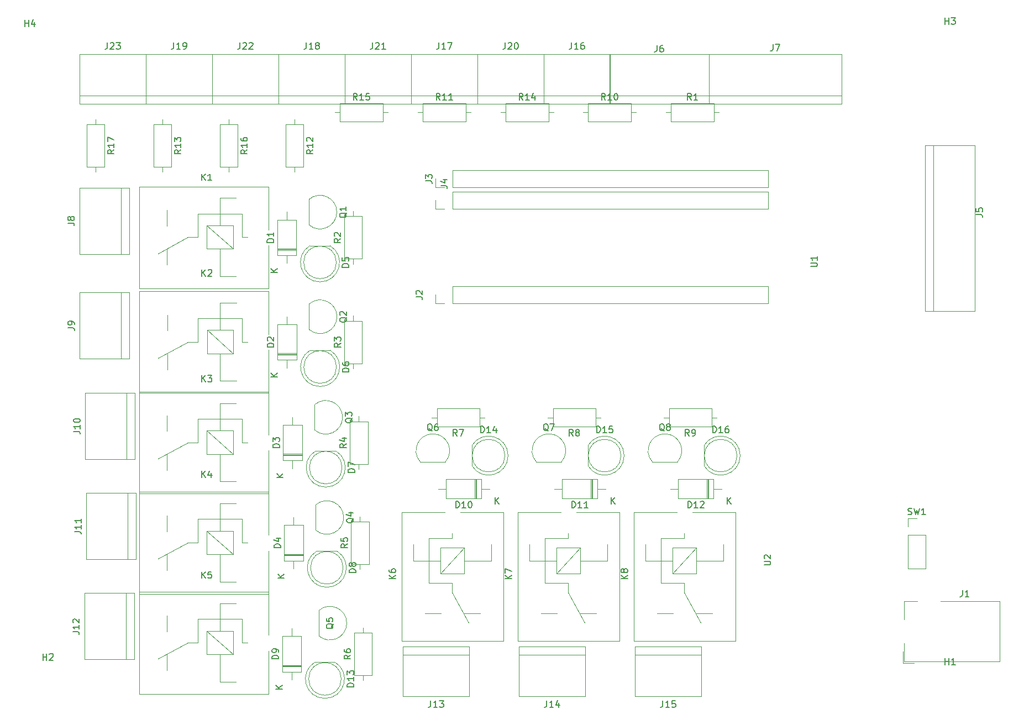
<source format=gbr>
%TF.GenerationSoftware,KiCad,Pcbnew,(6.0.5)*%
%TF.CreationDate,2024-03-19T18:28:54+03:00*%
%TF.ProjectId,gas_detection,6761735f-6465-4746-9563-74696f6e2e6b,rev?*%
%TF.SameCoordinates,Original*%
%TF.FileFunction,Legend,Top*%
%TF.FilePolarity,Positive*%
%FSLAX46Y46*%
G04 Gerber Fmt 4.6, Leading zero omitted, Abs format (unit mm)*
G04 Created by KiCad (PCBNEW (6.0.5)) date 2024-03-19 18:28:54*
%MOMM*%
%LPD*%
G01*
G04 APERTURE LIST*
%ADD10C,0.150000*%
%ADD11C,0.120000*%
G04 APERTURE END LIST*
D10*
%TO.C,Q7*%
X161974761Y-107227619D02*
X161879523Y-107180000D01*
X161784285Y-107084761D01*
X161641428Y-106941904D01*
X161546190Y-106894285D01*
X161450952Y-106894285D01*
X161498571Y-107132380D02*
X161403333Y-107084761D01*
X161308095Y-106989523D01*
X161260476Y-106799047D01*
X161260476Y-106465714D01*
X161308095Y-106275238D01*
X161403333Y-106180000D01*
X161498571Y-106132380D01*
X161689047Y-106132380D01*
X161784285Y-106180000D01*
X161879523Y-106275238D01*
X161927142Y-106465714D01*
X161927142Y-106799047D01*
X161879523Y-106989523D01*
X161784285Y-107084761D01*
X161689047Y-107132380D01*
X161498571Y-107132380D01*
X162260476Y-106132380D02*
X162927142Y-106132380D01*
X162498571Y-107132380D01*
%TO.C,R13*%
X105692380Y-64142857D02*
X105216190Y-64476190D01*
X105692380Y-64714285D02*
X104692380Y-64714285D01*
X104692380Y-64333333D01*
X104740000Y-64238095D01*
X104787619Y-64190476D01*
X104882857Y-64142857D01*
X105025714Y-64142857D01*
X105120952Y-64190476D01*
X105168571Y-64238095D01*
X105216190Y-64333333D01*
X105216190Y-64714285D01*
X105692380Y-63190476D02*
X105692380Y-63761904D01*
X105692380Y-63476190D02*
X104692380Y-63476190D01*
X104835238Y-63571428D01*
X104930476Y-63666666D01*
X104978095Y-63761904D01*
X104692380Y-62857142D02*
X104692380Y-62238095D01*
X105073333Y-62571428D01*
X105073333Y-62428571D01*
X105120952Y-62333333D01*
X105168571Y-62285714D01*
X105263809Y-62238095D01*
X105501904Y-62238095D01*
X105597142Y-62285714D01*
X105644761Y-62333333D01*
X105692380Y-62428571D01*
X105692380Y-62714285D01*
X105644761Y-62809523D01*
X105597142Y-62857142D01*
%TO.C,K7*%
X156352380Y-129878095D02*
X155352380Y-129878095D01*
X156352380Y-129306666D02*
X155780952Y-129735238D01*
X155352380Y-129306666D02*
X155923809Y-129878095D01*
X155352380Y-128973333D02*
X155352380Y-128306666D01*
X156352380Y-128735238D01*
%TO.C,K6*%
X138572380Y-129878095D02*
X137572380Y-129878095D01*
X138572380Y-129306666D02*
X138000952Y-129735238D01*
X137572380Y-129306666D02*
X138143809Y-129878095D01*
X137572380Y-128449523D02*
X137572380Y-128640000D01*
X137620000Y-128735238D01*
X137667619Y-128782857D01*
X137810476Y-128878095D01*
X138000952Y-128925714D01*
X138381904Y-128925714D01*
X138477142Y-128878095D01*
X138524761Y-128830476D01*
X138572380Y-128735238D01*
X138572380Y-128544761D01*
X138524761Y-128449523D01*
X138477142Y-128401904D01*
X138381904Y-128354285D01*
X138143809Y-128354285D01*
X138048571Y-128401904D01*
X138000952Y-128449523D01*
X137953333Y-128544761D01*
X137953333Y-128735238D01*
X138000952Y-128830476D01*
X138048571Y-128878095D01*
X138143809Y-128925714D01*
%TO.C,J17*%
X145240476Y-47712380D02*
X145240476Y-48426666D01*
X145192857Y-48569523D01*
X145097619Y-48664761D01*
X144954761Y-48712380D01*
X144859523Y-48712380D01*
X146240476Y-48712380D02*
X145669047Y-48712380D01*
X145954761Y-48712380D02*
X145954761Y-47712380D01*
X145859523Y-47855238D01*
X145764285Y-47950476D01*
X145669047Y-47998095D01*
X146573809Y-47712380D02*
X147240476Y-47712380D01*
X146811904Y-48712380D01*
%TO.C,J1*%
X225436666Y-131612380D02*
X225436666Y-132326666D01*
X225389047Y-132469523D01*
X225293809Y-132564761D01*
X225150952Y-132612380D01*
X225055714Y-132612380D01*
X226436666Y-132612380D02*
X225865238Y-132612380D01*
X226150952Y-132612380D02*
X226150952Y-131612380D01*
X226055714Y-131755238D01*
X225960476Y-131850476D01*
X225865238Y-131898095D01*
%TO.C,J12*%
X89112380Y-137969523D02*
X89826666Y-137969523D01*
X89969523Y-138017142D01*
X90064761Y-138112380D01*
X90112380Y-138255238D01*
X90112380Y-138350476D01*
X90112380Y-136969523D02*
X90112380Y-137540952D01*
X90112380Y-137255238D02*
X89112380Y-137255238D01*
X89255238Y-137350476D01*
X89350476Y-137445714D01*
X89398095Y-137540952D01*
X89207619Y-136588571D02*
X89160000Y-136540952D01*
X89112380Y-136445714D01*
X89112380Y-136207619D01*
X89160000Y-136112380D01*
X89207619Y-136064761D01*
X89302857Y-136017142D01*
X89398095Y-136017142D01*
X89540952Y-136064761D01*
X90112380Y-136636190D01*
X90112380Y-136017142D01*
%TO.C,H4*%
X81788095Y-45232380D02*
X81788095Y-44232380D01*
X81788095Y-44708571D02*
X82359523Y-44708571D01*
X82359523Y-45232380D02*
X82359523Y-44232380D01*
X83264285Y-44565714D02*
X83264285Y-45232380D01*
X83026190Y-44184761D02*
X82788095Y-44899047D01*
X83407142Y-44899047D01*
%TO.C,D14*%
X151615714Y-107492380D02*
X151615714Y-106492380D01*
X151853809Y-106492380D01*
X151996666Y-106540000D01*
X152091904Y-106635238D01*
X152139523Y-106730476D01*
X152187142Y-106920952D01*
X152187142Y-107063809D01*
X152139523Y-107254285D01*
X152091904Y-107349523D01*
X151996666Y-107444761D01*
X151853809Y-107492380D01*
X151615714Y-107492380D01*
X153139523Y-107492380D02*
X152568095Y-107492380D01*
X152853809Y-107492380D02*
X152853809Y-106492380D01*
X152758571Y-106635238D01*
X152663333Y-106730476D01*
X152568095Y-106778095D01*
X153996666Y-106825714D02*
X153996666Y-107492380D01*
X153758571Y-106444761D02*
X153520476Y-107159047D01*
X154139523Y-107159047D01*
%TO.C,J11*%
X89402380Y-122639523D02*
X90116666Y-122639523D01*
X90259523Y-122687142D01*
X90354761Y-122782380D01*
X90402380Y-122925238D01*
X90402380Y-123020476D01*
X90402380Y-121639523D02*
X90402380Y-122210952D01*
X90402380Y-121925238D02*
X89402380Y-121925238D01*
X89545238Y-122020476D01*
X89640476Y-122115714D01*
X89688095Y-122210952D01*
X90402380Y-120687142D02*
X90402380Y-121258571D01*
X90402380Y-120972857D02*
X89402380Y-120972857D01*
X89545238Y-121068095D01*
X89640476Y-121163333D01*
X89688095Y-121258571D01*
%TO.C,R2*%
X130162380Y-77746666D02*
X129686190Y-78080000D01*
X130162380Y-78318095D02*
X129162380Y-78318095D01*
X129162380Y-77937142D01*
X129210000Y-77841904D01*
X129257619Y-77794285D01*
X129352857Y-77746666D01*
X129495714Y-77746666D01*
X129590952Y-77794285D01*
X129638571Y-77841904D01*
X129686190Y-77937142D01*
X129686190Y-78318095D01*
X129257619Y-77365714D02*
X129210000Y-77318095D01*
X129162380Y-77222857D01*
X129162380Y-76984761D01*
X129210000Y-76889523D01*
X129257619Y-76841904D01*
X129352857Y-76794285D01*
X129448095Y-76794285D01*
X129590952Y-76841904D01*
X130162380Y-77413333D01*
X130162380Y-76794285D01*
%TO.C,H2*%
X84548095Y-142342380D02*
X84548095Y-141342380D01*
X84548095Y-141818571D02*
X85119523Y-141818571D01*
X85119523Y-142342380D02*
X85119523Y-141342380D01*
X85548095Y-141437619D02*
X85595714Y-141390000D01*
X85690952Y-141342380D01*
X85929047Y-141342380D01*
X86024285Y-141390000D01*
X86071904Y-141437619D01*
X86119523Y-141532857D01*
X86119523Y-141628095D01*
X86071904Y-141770952D01*
X85500476Y-142342380D01*
X86119523Y-142342380D01*
%TO.C,J2*%
X141692380Y-86693333D02*
X142406666Y-86693333D01*
X142549523Y-86740952D01*
X142644761Y-86836190D01*
X142692380Y-86979047D01*
X142692380Y-87074285D01*
X141787619Y-86264761D02*
X141740000Y-86217142D01*
X141692380Y-86121904D01*
X141692380Y-85883809D01*
X141740000Y-85788571D01*
X141787619Y-85740952D01*
X141882857Y-85693333D01*
X141978095Y-85693333D01*
X142120952Y-85740952D01*
X142692380Y-86312380D01*
X142692380Y-85693333D01*
%TO.C,H3*%
X222758095Y-44902380D02*
X222758095Y-43902380D01*
X222758095Y-44378571D02*
X223329523Y-44378571D01*
X223329523Y-44902380D02*
X223329523Y-43902380D01*
X223710476Y-43902380D02*
X224329523Y-43902380D01*
X223996190Y-44283333D01*
X224139047Y-44283333D01*
X224234285Y-44330952D01*
X224281904Y-44378571D01*
X224329523Y-44473809D01*
X224329523Y-44711904D01*
X224281904Y-44807142D01*
X224234285Y-44854761D01*
X224139047Y-44902380D01*
X223853333Y-44902380D01*
X223758095Y-44854761D01*
X223710476Y-44807142D01*
%TO.C,R1*%
X183903333Y-56502380D02*
X183570000Y-56026190D01*
X183331904Y-56502380D02*
X183331904Y-55502380D01*
X183712857Y-55502380D01*
X183808095Y-55550000D01*
X183855714Y-55597619D01*
X183903333Y-55692857D01*
X183903333Y-55835714D01*
X183855714Y-55930952D01*
X183808095Y-55978571D01*
X183712857Y-56026190D01*
X183331904Y-56026190D01*
X184855714Y-56502380D02*
X184284285Y-56502380D01*
X184570000Y-56502380D02*
X184570000Y-55502380D01*
X184474761Y-55645238D01*
X184379523Y-55740476D01*
X184284285Y-55788095D01*
%TO.C,Q3*%
X131987619Y-105225238D02*
X131940000Y-105320476D01*
X131844761Y-105415714D01*
X131701904Y-105558571D01*
X131654285Y-105653809D01*
X131654285Y-105749047D01*
X131892380Y-105701428D02*
X131844761Y-105796666D01*
X131749523Y-105891904D01*
X131559047Y-105939523D01*
X131225714Y-105939523D01*
X131035238Y-105891904D01*
X130940000Y-105796666D01*
X130892380Y-105701428D01*
X130892380Y-105510952D01*
X130940000Y-105415714D01*
X131035238Y-105320476D01*
X131225714Y-105272857D01*
X131559047Y-105272857D01*
X131749523Y-105320476D01*
X131844761Y-105415714D01*
X131892380Y-105510952D01*
X131892380Y-105701428D01*
X130892380Y-104939523D02*
X130892380Y-104320476D01*
X131273333Y-104653809D01*
X131273333Y-104510952D01*
X131320952Y-104415714D01*
X131368571Y-104368095D01*
X131463809Y-104320476D01*
X131701904Y-104320476D01*
X131797142Y-104368095D01*
X131844761Y-104415714D01*
X131892380Y-104510952D01*
X131892380Y-104796666D01*
X131844761Y-104891904D01*
X131797142Y-104939523D01*
%TO.C,J20*%
X155400476Y-47712380D02*
X155400476Y-48426666D01*
X155352857Y-48569523D01*
X155257619Y-48664761D01*
X155114761Y-48712380D01*
X155019523Y-48712380D01*
X155829047Y-47807619D02*
X155876666Y-47760000D01*
X155971904Y-47712380D01*
X156210000Y-47712380D01*
X156305238Y-47760000D01*
X156352857Y-47807619D01*
X156400476Y-47902857D01*
X156400476Y-47998095D01*
X156352857Y-48140952D01*
X155781428Y-48712380D01*
X156400476Y-48712380D01*
X157019523Y-47712380D02*
X157114761Y-47712380D01*
X157210000Y-47760000D01*
X157257619Y-47807619D01*
X157305238Y-47902857D01*
X157352857Y-48093333D01*
X157352857Y-48331428D01*
X157305238Y-48521904D01*
X157257619Y-48617142D01*
X157210000Y-48664761D01*
X157114761Y-48712380D01*
X157019523Y-48712380D01*
X156924285Y-48664761D01*
X156876666Y-48617142D01*
X156829047Y-48521904D01*
X156781428Y-48331428D01*
X156781428Y-48093333D01*
X156829047Y-47902857D01*
X156876666Y-47807619D01*
X156924285Y-47760000D01*
X157019523Y-47712380D01*
%TO.C,J9*%
X88372380Y-91403333D02*
X89086666Y-91403333D01*
X89229523Y-91450952D01*
X89324761Y-91546190D01*
X89372380Y-91689047D01*
X89372380Y-91784285D01*
X89372380Y-90879523D02*
X89372380Y-90689047D01*
X89324761Y-90593809D01*
X89277142Y-90546190D01*
X89134285Y-90450952D01*
X88943809Y-90403333D01*
X88562857Y-90403333D01*
X88467619Y-90450952D01*
X88420000Y-90498571D01*
X88372380Y-90593809D01*
X88372380Y-90784285D01*
X88420000Y-90879523D01*
X88467619Y-90927142D01*
X88562857Y-90974761D01*
X88800952Y-90974761D01*
X88896190Y-90927142D01*
X88943809Y-90879523D01*
X88991428Y-90784285D01*
X88991428Y-90593809D01*
X88943809Y-90498571D01*
X88896190Y-90450952D01*
X88800952Y-90403333D01*
%TO.C,D5*%
X131412380Y-82128095D02*
X130412380Y-82128095D01*
X130412380Y-81890000D01*
X130460000Y-81747142D01*
X130555238Y-81651904D01*
X130650476Y-81604285D01*
X130840952Y-81556666D01*
X130983809Y-81556666D01*
X131174285Y-81604285D01*
X131269523Y-81651904D01*
X131364761Y-81747142D01*
X131412380Y-81890000D01*
X131412380Y-82128095D01*
X130412380Y-80651904D02*
X130412380Y-81128095D01*
X130888571Y-81175714D01*
X130840952Y-81128095D01*
X130793333Y-81032857D01*
X130793333Y-80794761D01*
X130840952Y-80699523D01*
X130888571Y-80651904D01*
X130983809Y-80604285D01*
X131221904Y-80604285D01*
X131317142Y-80651904D01*
X131364761Y-80699523D01*
X131412380Y-80794761D01*
X131412380Y-81032857D01*
X131364761Y-81128095D01*
X131317142Y-81175714D01*
%TO.C,K2*%
X108901904Y-83502380D02*
X108901904Y-82502380D01*
X109473333Y-83502380D02*
X109044761Y-82930952D01*
X109473333Y-82502380D02*
X108901904Y-83073809D01*
X109854285Y-82597619D02*
X109901904Y-82550000D01*
X109997142Y-82502380D01*
X110235238Y-82502380D01*
X110330476Y-82550000D01*
X110378095Y-82597619D01*
X110425714Y-82692857D01*
X110425714Y-82788095D01*
X110378095Y-82930952D01*
X109806666Y-83502380D01*
X110425714Y-83502380D01*
%TO.C,Q4*%
X132157619Y-120575238D02*
X132110000Y-120670476D01*
X132014761Y-120765714D01*
X131871904Y-120908571D01*
X131824285Y-121003809D01*
X131824285Y-121099047D01*
X132062380Y-121051428D02*
X132014761Y-121146666D01*
X131919523Y-121241904D01*
X131729047Y-121289523D01*
X131395714Y-121289523D01*
X131205238Y-121241904D01*
X131110000Y-121146666D01*
X131062380Y-121051428D01*
X131062380Y-120860952D01*
X131110000Y-120765714D01*
X131205238Y-120670476D01*
X131395714Y-120622857D01*
X131729047Y-120622857D01*
X131919523Y-120670476D01*
X132014761Y-120765714D01*
X132062380Y-120860952D01*
X132062380Y-121051428D01*
X131395714Y-119765714D02*
X132062380Y-119765714D01*
X131014761Y-120003809D02*
X131729047Y-120241904D01*
X131729047Y-119622857D01*
%TO.C,R3*%
X130182380Y-93776666D02*
X129706190Y-94110000D01*
X130182380Y-94348095D02*
X129182380Y-94348095D01*
X129182380Y-93967142D01*
X129230000Y-93871904D01*
X129277619Y-93824285D01*
X129372857Y-93776666D01*
X129515714Y-93776666D01*
X129610952Y-93824285D01*
X129658571Y-93871904D01*
X129706190Y-93967142D01*
X129706190Y-94348095D01*
X129182380Y-93443333D02*
X129182380Y-92824285D01*
X129563333Y-93157619D01*
X129563333Y-93014761D01*
X129610952Y-92919523D01*
X129658571Y-92871904D01*
X129753809Y-92824285D01*
X129991904Y-92824285D01*
X130087142Y-92871904D01*
X130134761Y-92919523D01*
X130182380Y-93014761D01*
X130182380Y-93300476D01*
X130134761Y-93395714D01*
X130087142Y-93443333D01*
%TO.C,D16*%
X187175714Y-107492380D02*
X187175714Y-106492380D01*
X187413809Y-106492380D01*
X187556666Y-106540000D01*
X187651904Y-106635238D01*
X187699523Y-106730476D01*
X187747142Y-106920952D01*
X187747142Y-107063809D01*
X187699523Y-107254285D01*
X187651904Y-107349523D01*
X187556666Y-107444761D01*
X187413809Y-107492380D01*
X187175714Y-107492380D01*
X188699523Y-107492380D02*
X188128095Y-107492380D01*
X188413809Y-107492380D02*
X188413809Y-106492380D01*
X188318571Y-106635238D01*
X188223333Y-106730476D01*
X188128095Y-106778095D01*
X189556666Y-106492380D02*
X189366190Y-106492380D01*
X189270952Y-106540000D01*
X189223333Y-106587619D01*
X189128095Y-106730476D01*
X189080476Y-106920952D01*
X189080476Y-107301904D01*
X189128095Y-107397142D01*
X189175714Y-107444761D01*
X189270952Y-107492380D01*
X189461428Y-107492380D01*
X189556666Y-107444761D01*
X189604285Y-107397142D01*
X189651904Y-107301904D01*
X189651904Y-107063809D01*
X189604285Y-106968571D01*
X189556666Y-106920952D01*
X189461428Y-106873333D01*
X189270952Y-106873333D01*
X189175714Y-106920952D01*
X189128095Y-106968571D01*
X189080476Y-107063809D01*
%TO.C,R17*%
X95452380Y-64142857D02*
X94976190Y-64476190D01*
X95452380Y-64714285D02*
X94452380Y-64714285D01*
X94452380Y-64333333D01*
X94500000Y-64238095D01*
X94547619Y-64190476D01*
X94642857Y-64142857D01*
X94785714Y-64142857D01*
X94880952Y-64190476D01*
X94928571Y-64238095D01*
X94976190Y-64333333D01*
X94976190Y-64714285D01*
X95452380Y-63190476D02*
X95452380Y-63761904D01*
X95452380Y-63476190D02*
X94452380Y-63476190D01*
X94595238Y-63571428D01*
X94690476Y-63666666D01*
X94738095Y-63761904D01*
X94452380Y-62857142D02*
X94452380Y-62190476D01*
X95452380Y-62619047D01*
%TO.C,R12*%
X125932380Y-64142857D02*
X125456190Y-64476190D01*
X125932380Y-64714285D02*
X124932380Y-64714285D01*
X124932380Y-64333333D01*
X124980000Y-64238095D01*
X125027619Y-64190476D01*
X125122857Y-64142857D01*
X125265714Y-64142857D01*
X125360952Y-64190476D01*
X125408571Y-64238095D01*
X125456190Y-64333333D01*
X125456190Y-64714285D01*
X125932380Y-63190476D02*
X125932380Y-63761904D01*
X125932380Y-63476190D02*
X124932380Y-63476190D01*
X125075238Y-63571428D01*
X125170476Y-63666666D01*
X125218095Y-63761904D01*
X125027619Y-62809523D02*
X124980000Y-62761904D01*
X124932380Y-62666666D01*
X124932380Y-62428571D01*
X124980000Y-62333333D01*
X125027619Y-62285714D01*
X125122857Y-62238095D01*
X125218095Y-62238095D01*
X125360952Y-62285714D01*
X125932380Y-62857142D01*
X125932380Y-62238095D01*
%TO.C,R16*%
X115852380Y-64142857D02*
X115376190Y-64476190D01*
X115852380Y-64714285D02*
X114852380Y-64714285D01*
X114852380Y-64333333D01*
X114900000Y-64238095D01*
X114947619Y-64190476D01*
X115042857Y-64142857D01*
X115185714Y-64142857D01*
X115280952Y-64190476D01*
X115328571Y-64238095D01*
X115376190Y-64333333D01*
X115376190Y-64714285D01*
X115852380Y-63190476D02*
X115852380Y-63761904D01*
X115852380Y-63476190D02*
X114852380Y-63476190D01*
X114995238Y-63571428D01*
X115090476Y-63666666D01*
X115138095Y-63761904D01*
X114852380Y-62333333D02*
X114852380Y-62523809D01*
X114900000Y-62619047D01*
X114947619Y-62666666D01*
X115090476Y-62761904D01*
X115280952Y-62809523D01*
X115661904Y-62809523D01*
X115757142Y-62761904D01*
X115804761Y-62714285D01*
X115852380Y-62619047D01*
X115852380Y-62428571D01*
X115804761Y-62333333D01*
X115757142Y-62285714D01*
X115661904Y-62238095D01*
X115423809Y-62238095D01*
X115328571Y-62285714D01*
X115280952Y-62333333D01*
X115233333Y-62428571D01*
X115233333Y-62619047D01*
X115280952Y-62714285D01*
X115328571Y-62761904D01*
X115423809Y-62809523D01*
%TO.C,D8*%
X132462380Y-128918095D02*
X131462380Y-128918095D01*
X131462380Y-128680000D01*
X131510000Y-128537142D01*
X131605238Y-128441904D01*
X131700476Y-128394285D01*
X131890952Y-128346666D01*
X132033809Y-128346666D01*
X132224285Y-128394285D01*
X132319523Y-128441904D01*
X132414761Y-128537142D01*
X132462380Y-128680000D01*
X132462380Y-128918095D01*
X131890952Y-127775238D02*
X131843333Y-127870476D01*
X131795714Y-127918095D01*
X131700476Y-127965714D01*
X131652857Y-127965714D01*
X131557619Y-127918095D01*
X131510000Y-127870476D01*
X131462380Y-127775238D01*
X131462380Y-127584761D01*
X131510000Y-127489523D01*
X131557619Y-127441904D01*
X131652857Y-127394285D01*
X131700476Y-127394285D01*
X131795714Y-127441904D01*
X131843333Y-127489523D01*
X131890952Y-127584761D01*
X131890952Y-127775238D01*
X131938571Y-127870476D01*
X131986190Y-127918095D01*
X132081428Y-127965714D01*
X132271904Y-127965714D01*
X132367142Y-127918095D01*
X132414761Y-127870476D01*
X132462380Y-127775238D01*
X132462380Y-127584761D01*
X132414761Y-127489523D01*
X132367142Y-127441904D01*
X132271904Y-127394285D01*
X132081428Y-127394285D01*
X131986190Y-127441904D01*
X131938571Y-127489523D01*
X131890952Y-127584761D01*
%TO.C,D7*%
X132292380Y-113568095D02*
X131292380Y-113568095D01*
X131292380Y-113330000D01*
X131340000Y-113187142D01*
X131435238Y-113091904D01*
X131530476Y-113044285D01*
X131720952Y-112996666D01*
X131863809Y-112996666D01*
X132054285Y-113044285D01*
X132149523Y-113091904D01*
X132244761Y-113187142D01*
X132292380Y-113330000D01*
X132292380Y-113568095D01*
X131292380Y-112663333D02*
X131292380Y-111996666D01*
X132292380Y-112425238D01*
%TO.C,R11*%
X145407142Y-56502380D02*
X145073809Y-56026190D01*
X144835714Y-56502380D02*
X144835714Y-55502380D01*
X145216666Y-55502380D01*
X145311904Y-55550000D01*
X145359523Y-55597619D01*
X145407142Y-55692857D01*
X145407142Y-55835714D01*
X145359523Y-55930952D01*
X145311904Y-55978571D01*
X145216666Y-56026190D01*
X144835714Y-56026190D01*
X146359523Y-56502380D02*
X145788095Y-56502380D01*
X146073809Y-56502380D02*
X146073809Y-55502380D01*
X145978571Y-55645238D01*
X145883333Y-55740476D01*
X145788095Y-55788095D01*
X147311904Y-56502380D02*
X146740476Y-56502380D01*
X147026190Y-56502380D02*
X147026190Y-55502380D01*
X146930952Y-55645238D01*
X146835714Y-55740476D01*
X146740476Y-55788095D01*
%TO.C,J15*%
X179530476Y-148552380D02*
X179530476Y-149266666D01*
X179482857Y-149409523D01*
X179387619Y-149504761D01*
X179244761Y-149552380D01*
X179149523Y-149552380D01*
X180530476Y-149552380D02*
X179959047Y-149552380D01*
X180244761Y-149552380D02*
X180244761Y-148552380D01*
X180149523Y-148695238D01*
X180054285Y-148790476D01*
X179959047Y-148838095D01*
X181435238Y-148552380D02*
X180959047Y-148552380D01*
X180911428Y-149028571D01*
X180959047Y-148980952D01*
X181054285Y-148933333D01*
X181292380Y-148933333D01*
X181387619Y-148980952D01*
X181435238Y-149028571D01*
X181482857Y-149123809D01*
X181482857Y-149361904D01*
X181435238Y-149457142D01*
X181387619Y-149504761D01*
X181292380Y-149552380D01*
X181054285Y-149552380D01*
X180959047Y-149504761D01*
X180911428Y-149457142D01*
%TO.C,K4*%
X108881904Y-114352380D02*
X108881904Y-113352380D01*
X109453333Y-114352380D02*
X109024761Y-113780952D01*
X109453333Y-113352380D02*
X108881904Y-113923809D01*
X110310476Y-113685714D02*
X110310476Y-114352380D01*
X110072380Y-113304761D02*
X109834285Y-114019047D01*
X110453333Y-114019047D01*
%TO.C,R4*%
X131042380Y-109186666D02*
X130566190Y-109520000D01*
X131042380Y-109758095D02*
X130042380Y-109758095D01*
X130042380Y-109377142D01*
X130090000Y-109281904D01*
X130137619Y-109234285D01*
X130232857Y-109186666D01*
X130375714Y-109186666D01*
X130470952Y-109234285D01*
X130518571Y-109281904D01*
X130566190Y-109377142D01*
X130566190Y-109758095D01*
X130375714Y-108329523D02*
X131042380Y-108329523D01*
X129994761Y-108567619D02*
X130709047Y-108805714D01*
X130709047Y-108186666D01*
%TO.C,J23*%
X94440476Y-47712380D02*
X94440476Y-48426666D01*
X94392857Y-48569523D01*
X94297619Y-48664761D01*
X94154761Y-48712380D01*
X94059523Y-48712380D01*
X94869047Y-47807619D02*
X94916666Y-47760000D01*
X95011904Y-47712380D01*
X95250000Y-47712380D01*
X95345238Y-47760000D01*
X95392857Y-47807619D01*
X95440476Y-47902857D01*
X95440476Y-47998095D01*
X95392857Y-48140952D01*
X94821428Y-48712380D01*
X95440476Y-48712380D01*
X95773809Y-47712380D02*
X96392857Y-47712380D01*
X96059523Y-48093333D01*
X96202380Y-48093333D01*
X96297619Y-48140952D01*
X96345238Y-48188571D01*
X96392857Y-48283809D01*
X96392857Y-48521904D01*
X96345238Y-48617142D01*
X96297619Y-48664761D01*
X96202380Y-48712380D01*
X95916666Y-48712380D01*
X95821428Y-48664761D01*
X95773809Y-48617142D01*
%TO.C,J10*%
X89232380Y-107289523D02*
X89946666Y-107289523D01*
X90089523Y-107337142D01*
X90184761Y-107432380D01*
X90232380Y-107575238D01*
X90232380Y-107670476D01*
X90232380Y-106289523D02*
X90232380Y-106860952D01*
X90232380Y-106575238D02*
X89232380Y-106575238D01*
X89375238Y-106670476D01*
X89470476Y-106765714D01*
X89518095Y-106860952D01*
X89232380Y-105670476D02*
X89232380Y-105575238D01*
X89280000Y-105480000D01*
X89327619Y-105432380D01*
X89422857Y-105384761D01*
X89613333Y-105337142D01*
X89851428Y-105337142D01*
X90041904Y-105384761D01*
X90137142Y-105432380D01*
X90184761Y-105480000D01*
X90232380Y-105575238D01*
X90232380Y-105670476D01*
X90184761Y-105765714D01*
X90137142Y-105813333D01*
X90041904Y-105860952D01*
X89851428Y-105908571D01*
X89613333Y-105908571D01*
X89422857Y-105860952D01*
X89327619Y-105813333D01*
X89280000Y-105765714D01*
X89232380Y-105670476D01*
%TO.C,R5*%
X131212380Y-124536666D02*
X130736190Y-124870000D01*
X131212380Y-125108095D02*
X130212380Y-125108095D01*
X130212380Y-124727142D01*
X130260000Y-124631904D01*
X130307619Y-124584285D01*
X130402857Y-124536666D01*
X130545714Y-124536666D01*
X130640952Y-124584285D01*
X130688571Y-124631904D01*
X130736190Y-124727142D01*
X130736190Y-125108095D01*
X130212380Y-123631904D02*
X130212380Y-124108095D01*
X130688571Y-124155714D01*
X130640952Y-124108095D01*
X130593333Y-124012857D01*
X130593333Y-123774761D01*
X130640952Y-123679523D01*
X130688571Y-123631904D01*
X130783809Y-123584285D01*
X131021904Y-123584285D01*
X131117142Y-123631904D01*
X131164761Y-123679523D01*
X131212380Y-123774761D01*
X131212380Y-124012857D01*
X131164761Y-124108095D01*
X131117142Y-124155714D01*
%TO.C,SW1*%
X217106666Y-119994761D02*
X217249523Y-120042380D01*
X217487619Y-120042380D01*
X217582857Y-119994761D01*
X217630476Y-119947142D01*
X217678095Y-119851904D01*
X217678095Y-119756666D01*
X217630476Y-119661428D01*
X217582857Y-119613809D01*
X217487619Y-119566190D01*
X217297142Y-119518571D01*
X217201904Y-119470952D01*
X217154285Y-119423333D01*
X217106666Y-119328095D01*
X217106666Y-119232857D01*
X217154285Y-119137619D01*
X217201904Y-119090000D01*
X217297142Y-119042380D01*
X217535238Y-119042380D01*
X217678095Y-119090000D01*
X218011428Y-119042380D02*
X218249523Y-120042380D01*
X218440000Y-119328095D01*
X218630476Y-120042380D01*
X218868571Y-119042380D01*
X219773333Y-120042380D02*
X219201904Y-120042380D01*
X219487619Y-120042380D02*
X219487619Y-119042380D01*
X219392380Y-119185238D01*
X219297142Y-119280476D01*
X219201904Y-119328095D01*
%TO.C,J18*%
X124920476Y-47712380D02*
X124920476Y-48426666D01*
X124872857Y-48569523D01*
X124777619Y-48664761D01*
X124634761Y-48712380D01*
X124539523Y-48712380D01*
X125920476Y-48712380D02*
X125349047Y-48712380D01*
X125634761Y-48712380D02*
X125634761Y-47712380D01*
X125539523Y-47855238D01*
X125444285Y-47950476D01*
X125349047Y-47998095D01*
X126491904Y-48140952D02*
X126396666Y-48093333D01*
X126349047Y-48045714D01*
X126301428Y-47950476D01*
X126301428Y-47902857D01*
X126349047Y-47807619D01*
X126396666Y-47760000D01*
X126491904Y-47712380D01*
X126682380Y-47712380D01*
X126777619Y-47760000D01*
X126825238Y-47807619D01*
X126872857Y-47902857D01*
X126872857Y-47950476D01*
X126825238Y-48045714D01*
X126777619Y-48093333D01*
X126682380Y-48140952D01*
X126491904Y-48140952D01*
X126396666Y-48188571D01*
X126349047Y-48236190D01*
X126301428Y-48331428D01*
X126301428Y-48521904D01*
X126349047Y-48617142D01*
X126396666Y-48664761D01*
X126491904Y-48712380D01*
X126682380Y-48712380D01*
X126777619Y-48664761D01*
X126825238Y-48617142D01*
X126872857Y-48521904D01*
X126872857Y-48331428D01*
X126825238Y-48236190D01*
X126777619Y-48188571D01*
X126682380Y-48140952D01*
%TO.C,D1*%
X119902380Y-78318095D02*
X118902380Y-78318095D01*
X118902380Y-78080000D01*
X118950000Y-77937142D01*
X119045238Y-77841904D01*
X119140476Y-77794285D01*
X119330952Y-77746666D01*
X119473809Y-77746666D01*
X119664285Y-77794285D01*
X119759523Y-77841904D01*
X119854761Y-77937142D01*
X119902380Y-78080000D01*
X119902380Y-78318095D01*
X119902380Y-76794285D02*
X119902380Y-77365714D01*
X119902380Y-77080000D02*
X118902380Y-77080000D01*
X119045238Y-77175238D01*
X119140476Y-77270476D01*
X119188095Y-77365714D01*
X120472380Y-82921904D02*
X119472380Y-82921904D01*
X120472380Y-82350476D02*
X119900952Y-82779047D01*
X119472380Y-82350476D02*
X120043809Y-82921904D01*
%TO.C,J19*%
X104600476Y-47712380D02*
X104600476Y-48426666D01*
X104552857Y-48569523D01*
X104457619Y-48664761D01*
X104314761Y-48712380D01*
X104219523Y-48712380D01*
X105600476Y-48712380D02*
X105029047Y-48712380D01*
X105314761Y-48712380D02*
X105314761Y-47712380D01*
X105219523Y-47855238D01*
X105124285Y-47950476D01*
X105029047Y-47998095D01*
X106076666Y-48712380D02*
X106267142Y-48712380D01*
X106362380Y-48664761D01*
X106410000Y-48617142D01*
X106505238Y-48474285D01*
X106552857Y-48283809D01*
X106552857Y-47902857D01*
X106505238Y-47807619D01*
X106457619Y-47760000D01*
X106362380Y-47712380D01*
X106171904Y-47712380D01*
X106076666Y-47760000D01*
X106029047Y-47807619D01*
X105981428Y-47902857D01*
X105981428Y-48140952D01*
X106029047Y-48236190D01*
X106076666Y-48283809D01*
X106171904Y-48331428D01*
X106362380Y-48331428D01*
X106457619Y-48283809D01*
X106505238Y-48236190D01*
X106552857Y-48140952D01*
%TO.C,Q6*%
X144194761Y-107227619D02*
X144099523Y-107180000D01*
X144004285Y-107084761D01*
X143861428Y-106941904D01*
X143766190Y-106894285D01*
X143670952Y-106894285D01*
X143718571Y-107132380D02*
X143623333Y-107084761D01*
X143528095Y-106989523D01*
X143480476Y-106799047D01*
X143480476Y-106465714D01*
X143528095Y-106275238D01*
X143623333Y-106180000D01*
X143718571Y-106132380D01*
X143909047Y-106132380D01*
X144004285Y-106180000D01*
X144099523Y-106275238D01*
X144147142Y-106465714D01*
X144147142Y-106799047D01*
X144099523Y-106989523D01*
X144004285Y-107084761D01*
X143909047Y-107132380D01*
X143718571Y-107132380D01*
X145004285Y-106132380D02*
X144813809Y-106132380D01*
X144718571Y-106180000D01*
X144670952Y-106227619D01*
X144575714Y-106370476D01*
X144528095Y-106560952D01*
X144528095Y-106941904D01*
X144575714Y-107037142D01*
X144623333Y-107084761D01*
X144718571Y-107132380D01*
X144909047Y-107132380D01*
X145004285Y-107084761D01*
X145051904Y-107037142D01*
X145099523Y-106941904D01*
X145099523Y-106703809D01*
X145051904Y-106608571D01*
X145004285Y-106560952D01*
X144909047Y-106513333D01*
X144718571Y-106513333D01*
X144623333Y-106560952D01*
X144575714Y-106608571D01*
X144528095Y-106703809D01*
%TO.C,R9*%
X183573333Y-107982380D02*
X183240000Y-107506190D01*
X183001904Y-107982380D02*
X183001904Y-106982380D01*
X183382857Y-106982380D01*
X183478095Y-107030000D01*
X183525714Y-107077619D01*
X183573333Y-107172857D01*
X183573333Y-107315714D01*
X183525714Y-107410952D01*
X183478095Y-107458571D01*
X183382857Y-107506190D01*
X183001904Y-107506190D01*
X184049523Y-107982380D02*
X184240000Y-107982380D01*
X184335238Y-107934761D01*
X184382857Y-107887142D01*
X184478095Y-107744285D01*
X184525714Y-107553809D01*
X184525714Y-107172857D01*
X184478095Y-107077619D01*
X184430476Y-107030000D01*
X184335238Y-106982380D01*
X184144761Y-106982380D01*
X184049523Y-107030000D01*
X184001904Y-107077619D01*
X183954285Y-107172857D01*
X183954285Y-107410952D01*
X184001904Y-107506190D01*
X184049523Y-107553809D01*
X184144761Y-107601428D01*
X184335238Y-107601428D01*
X184430476Y-107553809D01*
X184478095Y-107506190D01*
X184525714Y-107410952D01*
%TO.C,U1*%
X202192380Y-82041904D02*
X203001904Y-82041904D01*
X203097142Y-81994285D01*
X203144761Y-81946666D01*
X203192380Y-81851428D01*
X203192380Y-81660952D01*
X203144761Y-81565714D01*
X203097142Y-81518095D01*
X203001904Y-81470476D01*
X202192380Y-81470476D01*
X203192380Y-80470476D02*
X203192380Y-81041904D01*
X203192380Y-80756190D02*
X202192380Y-80756190D01*
X202335238Y-80851428D01*
X202430476Y-80946666D01*
X202478095Y-81041904D01*
%TO.C,J4*%
X145507380Y-69653333D02*
X146221666Y-69653333D01*
X146364523Y-69700952D01*
X146459761Y-69796190D01*
X146507380Y-69939047D01*
X146507380Y-70034285D01*
X145840714Y-68748571D02*
X146507380Y-68748571D01*
X145459761Y-68986666D02*
X146174047Y-69224761D01*
X146174047Y-68605714D01*
%TO.C,R14*%
X158107142Y-56502380D02*
X157773809Y-56026190D01*
X157535714Y-56502380D02*
X157535714Y-55502380D01*
X157916666Y-55502380D01*
X158011904Y-55550000D01*
X158059523Y-55597619D01*
X158107142Y-55692857D01*
X158107142Y-55835714D01*
X158059523Y-55930952D01*
X158011904Y-55978571D01*
X157916666Y-56026190D01*
X157535714Y-56026190D01*
X159059523Y-56502380D02*
X158488095Y-56502380D01*
X158773809Y-56502380D02*
X158773809Y-55502380D01*
X158678571Y-55645238D01*
X158583333Y-55740476D01*
X158488095Y-55788095D01*
X159916666Y-55835714D02*
X159916666Y-56502380D01*
X159678571Y-55454761D02*
X159440476Y-56169047D01*
X160059523Y-56169047D01*
%TO.C,J5*%
X227522380Y-74063333D02*
X228236666Y-74063333D01*
X228379523Y-74110952D01*
X228474761Y-74206190D01*
X228522380Y-74349047D01*
X228522380Y-74444285D01*
X227522380Y-73110952D02*
X227522380Y-73587142D01*
X227998571Y-73634761D01*
X227950952Y-73587142D01*
X227903333Y-73491904D01*
X227903333Y-73253809D01*
X227950952Y-73158571D01*
X227998571Y-73110952D01*
X228093809Y-73063333D01*
X228331904Y-73063333D01*
X228427142Y-73110952D01*
X228474761Y-73158571D01*
X228522380Y-73253809D01*
X228522380Y-73491904D01*
X228474761Y-73587142D01*
X228427142Y-73634761D01*
%TO.C,J13*%
X143970476Y-148552380D02*
X143970476Y-149266666D01*
X143922857Y-149409523D01*
X143827619Y-149504761D01*
X143684761Y-149552380D01*
X143589523Y-149552380D01*
X144970476Y-149552380D02*
X144399047Y-149552380D01*
X144684761Y-149552380D02*
X144684761Y-148552380D01*
X144589523Y-148695238D01*
X144494285Y-148790476D01*
X144399047Y-148838095D01*
X145303809Y-148552380D02*
X145922857Y-148552380D01*
X145589523Y-148933333D01*
X145732380Y-148933333D01*
X145827619Y-148980952D01*
X145875238Y-149028571D01*
X145922857Y-149123809D01*
X145922857Y-149361904D01*
X145875238Y-149457142D01*
X145827619Y-149504761D01*
X145732380Y-149552380D01*
X145446666Y-149552380D01*
X145351428Y-149504761D01*
X145303809Y-149457142D01*
%TO.C,D4*%
X120952380Y-125108095D02*
X119952380Y-125108095D01*
X119952380Y-124870000D01*
X120000000Y-124727142D01*
X120095238Y-124631904D01*
X120190476Y-124584285D01*
X120380952Y-124536666D01*
X120523809Y-124536666D01*
X120714285Y-124584285D01*
X120809523Y-124631904D01*
X120904761Y-124727142D01*
X120952380Y-124870000D01*
X120952380Y-125108095D01*
X120285714Y-123679523D02*
X120952380Y-123679523D01*
X119904761Y-123917619D02*
X120619047Y-124155714D01*
X120619047Y-123536666D01*
X121522380Y-129711904D02*
X120522380Y-129711904D01*
X121522380Y-129140476D02*
X120950952Y-129569047D01*
X120522380Y-129140476D02*
X121093809Y-129711904D01*
%TO.C,R15*%
X132707142Y-56502380D02*
X132373809Y-56026190D01*
X132135714Y-56502380D02*
X132135714Y-55502380D01*
X132516666Y-55502380D01*
X132611904Y-55550000D01*
X132659523Y-55597619D01*
X132707142Y-55692857D01*
X132707142Y-55835714D01*
X132659523Y-55930952D01*
X132611904Y-55978571D01*
X132516666Y-56026190D01*
X132135714Y-56026190D01*
X133659523Y-56502380D02*
X133088095Y-56502380D01*
X133373809Y-56502380D02*
X133373809Y-55502380D01*
X133278571Y-55645238D01*
X133183333Y-55740476D01*
X133088095Y-55788095D01*
X134564285Y-55502380D02*
X134088095Y-55502380D01*
X134040476Y-55978571D01*
X134088095Y-55930952D01*
X134183333Y-55883333D01*
X134421428Y-55883333D01*
X134516666Y-55930952D01*
X134564285Y-55978571D01*
X134611904Y-56073809D01*
X134611904Y-56311904D01*
X134564285Y-56407142D01*
X134516666Y-56454761D01*
X134421428Y-56502380D01*
X134183333Y-56502380D01*
X134088095Y-56454761D01*
X134040476Y-56407142D01*
%TO.C,R7*%
X148013333Y-107982380D02*
X147680000Y-107506190D01*
X147441904Y-107982380D02*
X147441904Y-106982380D01*
X147822857Y-106982380D01*
X147918095Y-107030000D01*
X147965714Y-107077619D01*
X148013333Y-107172857D01*
X148013333Y-107315714D01*
X147965714Y-107410952D01*
X147918095Y-107458571D01*
X147822857Y-107506190D01*
X147441904Y-107506190D01*
X148346666Y-106982380D02*
X149013333Y-106982380D01*
X148584761Y-107982380D01*
%TO.C,J22*%
X114760476Y-47712380D02*
X114760476Y-48426666D01*
X114712857Y-48569523D01*
X114617619Y-48664761D01*
X114474761Y-48712380D01*
X114379523Y-48712380D01*
X115189047Y-47807619D02*
X115236666Y-47760000D01*
X115331904Y-47712380D01*
X115570000Y-47712380D01*
X115665238Y-47760000D01*
X115712857Y-47807619D01*
X115760476Y-47902857D01*
X115760476Y-47998095D01*
X115712857Y-48140952D01*
X115141428Y-48712380D01*
X115760476Y-48712380D01*
X116141428Y-47807619D02*
X116189047Y-47760000D01*
X116284285Y-47712380D01*
X116522380Y-47712380D01*
X116617619Y-47760000D01*
X116665238Y-47807619D01*
X116712857Y-47902857D01*
X116712857Y-47998095D01*
X116665238Y-48140952D01*
X116093809Y-48712380D01*
X116712857Y-48712380D01*
%TO.C,K1*%
X108881904Y-68832380D02*
X108881904Y-67832380D01*
X109453333Y-68832380D02*
X109024761Y-68260952D01*
X109453333Y-67832380D02*
X108881904Y-68403809D01*
X110405714Y-68832380D02*
X109834285Y-68832380D01*
X110120000Y-68832380D02*
X110120000Y-67832380D01*
X110024761Y-67975238D01*
X109929523Y-68070476D01*
X109834285Y-68118095D01*
%TO.C,Q1*%
X131107619Y-73785238D02*
X131060000Y-73880476D01*
X130964761Y-73975714D01*
X130821904Y-74118571D01*
X130774285Y-74213809D01*
X130774285Y-74309047D01*
X131012380Y-74261428D02*
X130964761Y-74356666D01*
X130869523Y-74451904D01*
X130679047Y-74499523D01*
X130345714Y-74499523D01*
X130155238Y-74451904D01*
X130060000Y-74356666D01*
X130012380Y-74261428D01*
X130012380Y-74070952D01*
X130060000Y-73975714D01*
X130155238Y-73880476D01*
X130345714Y-73832857D01*
X130679047Y-73832857D01*
X130869523Y-73880476D01*
X130964761Y-73975714D01*
X131012380Y-74070952D01*
X131012380Y-74261428D01*
X131012380Y-72880476D02*
X131012380Y-73451904D01*
X131012380Y-73166190D02*
X130012380Y-73166190D01*
X130155238Y-73261428D01*
X130250476Y-73356666D01*
X130298095Y-73451904D01*
%TO.C,J16*%
X165560476Y-47712380D02*
X165560476Y-48426666D01*
X165512857Y-48569523D01*
X165417619Y-48664761D01*
X165274761Y-48712380D01*
X165179523Y-48712380D01*
X166560476Y-48712380D02*
X165989047Y-48712380D01*
X166274761Y-48712380D02*
X166274761Y-47712380D01*
X166179523Y-47855238D01*
X166084285Y-47950476D01*
X165989047Y-47998095D01*
X167417619Y-47712380D02*
X167227142Y-47712380D01*
X167131904Y-47760000D01*
X167084285Y-47807619D01*
X166989047Y-47950476D01*
X166941428Y-48140952D01*
X166941428Y-48521904D01*
X166989047Y-48617142D01*
X167036666Y-48664761D01*
X167131904Y-48712380D01*
X167322380Y-48712380D01*
X167417619Y-48664761D01*
X167465238Y-48617142D01*
X167512857Y-48521904D01*
X167512857Y-48283809D01*
X167465238Y-48188571D01*
X167417619Y-48140952D01*
X167322380Y-48093333D01*
X167131904Y-48093333D01*
X167036666Y-48140952D01*
X166989047Y-48188571D01*
X166941428Y-48283809D01*
%TO.C,J14*%
X161750476Y-148552380D02*
X161750476Y-149266666D01*
X161702857Y-149409523D01*
X161607619Y-149504761D01*
X161464761Y-149552380D01*
X161369523Y-149552380D01*
X162750476Y-149552380D02*
X162179047Y-149552380D01*
X162464761Y-149552380D02*
X162464761Y-148552380D01*
X162369523Y-148695238D01*
X162274285Y-148790476D01*
X162179047Y-148838095D01*
X163607619Y-148885714D02*
X163607619Y-149552380D01*
X163369523Y-148504761D02*
X163131428Y-149219047D01*
X163750476Y-149219047D01*
%TO.C,J8*%
X88352380Y-75373333D02*
X89066666Y-75373333D01*
X89209523Y-75420952D01*
X89304761Y-75516190D01*
X89352380Y-75659047D01*
X89352380Y-75754285D01*
X88780952Y-74754285D02*
X88733333Y-74849523D01*
X88685714Y-74897142D01*
X88590476Y-74944761D01*
X88542857Y-74944761D01*
X88447619Y-74897142D01*
X88400000Y-74849523D01*
X88352380Y-74754285D01*
X88352380Y-74563809D01*
X88400000Y-74468571D01*
X88447619Y-74420952D01*
X88542857Y-74373333D01*
X88590476Y-74373333D01*
X88685714Y-74420952D01*
X88733333Y-74468571D01*
X88780952Y-74563809D01*
X88780952Y-74754285D01*
X88828571Y-74849523D01*
X88876190Y-74897142D01*
X88971428Y-74944761D01*
X89161904Y-74944761D01*
X89257142Y-74897142D01*
X89304761Y-74849523D01*
X89352380Y-74754285D01*
X89352380Y-74563809D01*
X89304761Y-74468571D01*
X89257142Y-74420952D01*
X89161904Y-74373333D01*
X88971428Y-74373333D01*
X88876190Y-74420952D01*
X88828571Y-74468571D01*
X88780952Y-74563809D01*
%TO.C,J6*%
X178626666Y-48142380D02*
X178626666Y-48856666D01*
X178579047Y-48999523D01*
X178483809Y-49094761D01*
X178340952Y-49142380D01*
X178245714Y-49142380D01*
X179531428Y-48142380D02*
X179340952Y-48142380D01*
X179245714Y-48190000D01*
X179198095Y-48237619D01*
X179102857Y-48380476D01*
X179055238Y-48570952D01*
X179055238Y-48951904D01*
X179102857Y-49047142D01*
X179150476Y-49094761D01*
X179245714Y-49142380D01*
X179436190Y-49142380D01*
X179531428Y-49094761D01*
X179579047Y-49047142D01*
X179626666Y-48951904D01*
X179626666Y-48713809D01*
X179579047Y-48618571D01*
X179531428Y-48570952D01*
X179436190Y-48523333D01*
X179245714Y-48523333D01*
X179150476Y-48570952D01*
X179102857Y-48618571D01*
X179055238Y-48713809D01*
%TO.C,D15*%
X169395714Y-107492380D02*
X169395714Y-106492380D01*
X169633809Y-106492380D01*
X169776666Y-106540000D01*
X169871904Y-106635238D01*
X169919523Y-106730476D01*
X169967142Y-106920952D01*
X169967142Y-107063809D01*
X169919523Y-107254285D01*
X169871904Y-107349523D01*
X169776666Y-107444761D01*
X169633809Y-107492380D01*
X169395714Y-107492380D01*
X170919523Y-107492380D02*
X170348095Y-107492380D01*
X170633809Y-107492380D02*
X170633809Y-106492380D01*
X170538571Y-106635238D01*
X170443333Y-106730476D01*
X170348095Y-106778095D01*
X171824285Y-106492380D02*
X171348095Y-106492380D01*
X171300476Y-106968571D01*
X171348095Y-106920952D01*
X171443333Y-106873333D01*
X171681428Y-106873333D01*
X171776666Y-106920952D01*
X171824285Y-106968571D01*
X171871904Y-107063809D01*
X171871904Y-107301904D01*
X171824285Y-107397142D01*
X171776666Y-107444761D01*
X171681428Y-107492380D01*
X171443333Y-107492380D01*
X171348095Y-107444761D01*
X171300476Y-107397142D01*
%TO.C,R6*%
X131682380Y-141566666D02*
X131206190Y-141900000D01*
X131682380Y-142138095D02*
X130682380Y-142138095D01*
X130682380Y-141757142D01*
X130730000Y-141661904D01*
X130777619Y-141614285D01*
X130872857Y-141566666D01*
X131015714Y-141566666D01*
X131110952Y-141614285D01*
X131158571Y-141661904D01*
X131206190Y-141757142D01*
X131206190Y-142138095D01*
X130682380Y-140709523D02*
X130682380Y-140900000D01*
X130730000Y-140995238D01*
X130777619Y-141042857D01*
X130920476Y-141138095D01*
X131110952Y-141185714D01*
X131491904Y-141185714D01*
X131587142Y-141138095D01*
X131634761Y-141090476D01*
X131682380Y-140995238D01*
X131682380Y-140804761D01*
X131634761Y-140709523D01*
X131587142Y-140661904D01*
X131491904Y-140614285D01*
X131253809Y-140614285D01*
X131158571Y-140661904D01*
X131110952Y-140709523D01*
X131063333Y-140804761D01*
X131063333Y-140995238D01*
X131110952Y-141090476D01*
X131158571Y-141138095D01*
X131253809Y-141185714D01*
%TO.C,D13*%
X132172380Y-146424285D02*
X131172380Y-146424285D01*
X131172380Y-146186190D01*
X131220000Y-146043333D01*
X131315238Y-145948095D01*
X131410476Y-145900476D01*
X131600952Y-145852857D01*
X131743809Y-145852857D01*
X131934285Y-145900476D01*
X132029523Y-145948095D01*
X132124761Y-146043333D01*
X132172380Y-146186190D01*
X132172380Y-146424285D01*
X132172380Y-144900476D02*
X132172380Y-145471904D01*
X132172380Y-145186190D02*
X131172380Y-145186190D01*
X131315238Y-145281428D01*
X131410476Y-145376666D01*
X131458095Y-145471904D01*
X131172380Y-144567142D02*
X131172380Y-143948095D01*
X131553333Y-144281428D01*
X131553333Y-144138571D01*
X131600952Y-144043333D01*
X131648571Y-143995714D01*
X131743809Y-143948095D01*
X131981904Y-143948095D01*
X132077142Y-143995714D01*
X132124761Y-144043333D01*
X132172380Y-144138571D01*
X132172380Y-144424285D01*
X132124761Y-144519523D01*
X132077142Y-144567142D01*
%TO.C,K8*%
X174132380Y-129878095D02*
X173132380Y-129878095D01*
X174132380Y-129306666D02*
X173560952Y-129735238D01*
X173132380Y-129306666D02*
X173703809Y-129878095D01*
X173560952Y-128735238D02*
X173513333Y-128830476D01*
X173465714Y-128878095D01*
X173370476Y-128925714D01*
X173322857Y-128925714D01*
X173227619Y-128878095D01*
X173180000Y-128830476D01*
X173132380Y-128735238D01*
X173132380Y-128544761D01*
X173180000Y-128449523D01*
X173227619Y-128401904D01*
X173322857Y-128354285D01*
X173370476Y-128354285D01*
X173465714Y-128401904D01*
X173513333Y-128449523D01*
X173560952Y-128544761D01*
X173560952Y-128735238D01*
X173608571Y-128830476D01*
X173656190Y-128878095D01*
X173751428Y-128925714D01*
X173941904Y-128925714D01*
X174037142Y-128878095D01*
X174084761Y-128830476D01*
X174132380Y-128735238D01*
X174132380Y-128544761D01*
X174084761Y-128449523D01*
X174037142Y-128401904D01*
X173941904Y-128354285D01*
X173751428Y-128354285D01*
X173656190Y-128401904D01*
X173608571Y-128449523D01*
X173560952Y-128544761D01*
%TO.C,U2*%
X195032380Y-127761904D02*
X195841904Y-127761904D01*
X195937142Y-127714285D01*
X195984761Y-127666666D01*
X196032380Y-127571428D01*
X196032380Y-127380952D01*
X195984761Y-127285714D01*
X195937142Y-127238095D01*
X195841904Y-127190476D01*
X195032380Y-127190476D01*
X195127619Y-126761904D02*
X195080000Y-126714285D01*
X195032380Y-126619047D01*
X195032380Y-126380952D01*
X195080000Y-126285714D01*
X195127619Y-126238095D01*
X195222857Y-126190476D01*
X195318095Y-126190476D01*
X195460952Y-126238095D01*
X196032380Y-126809523D01*
X196032380Y-126190476D01*
%TO.C,D3*%
X120782380Y-109758095D02*
X119782380Y-109758095D01*
X119782380Y-109520000D01*
X119830000Y-109377142D01*
X119925238Y-109281904D01*
X120020476Y-109234285D01*
X120210952Y-109186666D01*
X120353809Y-109186666D01*
X120544285Y-109234285D01*
X120639523Y-109281904D01*
X120734761Y-109377142D01*
X120782380Y-109520000D01*
X120782380Y-109758095D01*
X119782380Y-108853333D02*
X119782380Y-108234285D01*
X120163333Y-108567619D01*
X120163333Y-108424761D01*
X120210952Y-108329523D01*
X120258571Y-108281904D01*
X120353809Y-108234285D01*
X120591904Y-108234285D01*
X120687142Y-108281904D01*
X120734761Y-108329523D01*
X120782380Y-108424761D01*
X120782380Y-108710476D01*
X120734761Y-108805714D01*
X120687142Y-108853333D01*
X121352380Y-114361904D02*
X120352380Y-114361904D01*
X121352380Y-113790476D02*
X120780952Y-114219047D01*
X120352380Y-113790476D02*
X120923809Y-114361904D01*
%TO.C,K5*%
X108881904Y-129792380D02*
X108881904Y-128792380D01*
X109453333Y-129792380D02*
X109024761Y-129220952D01*
X109453333Y-128792380D02*
X108881904Y-129363809D01*
X110358095Y-128792380D02*
X109881904Y-128792380D01*
X109834285Y-129268571D01*
X109881904Y-129220952D01*
X109977142Y-129173333D01*
X110215238Y-129173333D01*
X110310476Y-129220952D01*
X110358095Y-129268571D01*
X110405714Y-129363809D01*
X110405714Y-129601904D01*
X110358095Y-129697142D01*
X110310476Y-129744761D01*
X110215238Y-129792380D01*
X109977142Y-129792380D01*
X109881904Y-129744761D01*
X109834285Y-129697142D01*
%TO.C,J7*%
X196416666Y-47992380D02*
X196416666Y-48706666D01*
X196369047Y-48849523D01*
X196273809Y-48944761D01*
X196130952Y-48992380D01*
X196035714Y-48992380D01*
X196797619Y-47992380D02*
X197464285Y-47992380D01*
X197035714Y-48992380D01*
%TO.C,J21*%
X135080476Y-47712380D02*
X135080476Y-48426666D01*
X135032857Y-48569523D01*
X134937619Y-48664761D01*
X134794761Y-48712380D01*
X134699523Y-48712380D01*
X135509047Y-47807619D02*
X135556666Y-47760000D01*
X135651904Y-47712380D01*
X135890000Y-47712380D01*
X135985238Y-47760000D01*
X136032857Y-47807619D01*
X136080476Y-47902857D01*
X136080476Y-47998095D01*
X136032857Y-48140952D01*
X135461428Y-48712380D01*
X136080476Y-48712380D01*
X137032857Y-48712380D02*
X136461428Y-48712380D01*
X136747142Y-48712380D02*
X136747142Y-47712380D01*
X136651904Y-47855238D01*
X136556666Y-47950476D01*
X136461428Y-47998095D01*
%TO.C,D6*%
X131432380Y-98158095D02*
X130432380Y-98158095D01*
X130432380Y-97920000D01*
X130480000Y-97777142D01*
X130575238Y-97681904D01*
X130670476Y-97634285D01*
X130860952Y-97586666D01*
X131003809Y-97586666D01*
X131194285Y-97634285D01*
X131289523Y-97681904D01*
X131384761Y-97777142D01*
X131432380Y-97920000D01*
X131432380Y-98158095D01*
X130432380Y-96729523D02*
X130432380Y-96920000D01*
X130480000Y-97015238D01*
X130527619Y-97062857D01*
X130670476Y-97158095D01*
X130860952Y-97205714D01*
X131241904Y-97205714D01*
X131337142Y-97158095D01*
X131384761Y-97110476D01*
X131432380Y-97015238D01*
X131432380Y-96824761D01*
X131384761Y-96729523D01*
X131337142Y-96681904D01*
X131241904Y-96634285D01*
X131003809Y-96634285D01*
X130908571Y-96681904D01*
X130860952Y-96729523D01*
X130813333Y-96824761D01*
X130813333Y-97015238D01*
X130860952Y-97110476D01*
X130908571Y-97158095D01*
X131003809Y-97205714D01*
%TO.C,R8*%
X165793333Y-107982380D02*
X165460000Y-107506190D01*
X165221904Y-107982380D02*
X165221904Y-106982380D01*
X165602857Y-106982380D01*
X165698095Y-107030000D01*
X165745714Y-107077619D01*
X165793333Y-107172857D01*
X165793333Y-107315714D01*
X165745714Y-107410952D01*
X165698095Y-107458571D01*
X165602857Y-107506190D01*
X165221904Y-107506190D01*
X166364761Y-107410952D02*
X166269523Y-107363333D01*
X166221904Y-107315714D01*
X166174285Y-107220476D01*
X166174285Y-107172857D01*
X166221904Y-107077619D01*
X166269523Y-107030000D01*
X166364761Y-106982380D01*
X166555238Y-106982380D01*
X166650476Y-107030000D01*
X166698095Y-107077619D01*
X166745714Y-107172857D01*
X166745714Y-107220476D01*
X166698095Y-107315714D01*
X166650476Y-107363333D01*
X166555238Y-107410952D01*
X166364761Y-107410952D01*
X166269523Y-107458571D01*
X166221904Y-107506190D01*
X166174285Y-107601428D01*
X166174285Y-107791904D01*
X166221904Y-107887142D01*
X166269523Y-107934761D01*
X166364761Y-107982380D01*
X166555238Y-107982380D01*
X166650476Y-107934761D01*
X166698095Y-107887142D01*
X166745714Y-107791904D01*
X166745714Y-107601428D01*
X166698095Y-107506190D01*
X166650476Y-107458571D01*
X166555238Y-107410952D01*
%TO.C,J3*%
X143182380Y-68913333D02*
X143896666Y-68913333D01*
X144039523Y-68960952D01*
X144134761Y-69056190D01*
X144182380Y-69199047D01*
X144182380Y-69294285D01*
X143182380Y-68532380D02*
X143182380Y-67913333D01*
X143563333Y-68246666D01*
X143563333Y-68103809D01*
X143610952Y-68008571D01*
X143658571Y-67960952D01*
X143753809Y-67913333D01*
X143991904Y-67913333D01*
X144087142Y-67960952D01*
X144134761Y-68008571D01*
X144182380Y-68103809D01*
X144182380Y-68389523D01*
X144134761Y-68484761D01*
X144087142Y-68532380D01*
%TO.C,H1*%
X222758095Y-143022380D02*
X222758095Y-142022380D01*
X222758095Y-142498571D02*
X223329523Y-142498571D01*
X223329523Y-143022380D02*
X223329523Y-142022380D01*
X224329523Y-143022380D02*
X223758095Y-143022380D01*
X224043809Y-143022380D02*
X224043809Y-142022380D01*
X223948571Y-142165238D01*
X223853333Y-142260476D01*
X223758095Y-142308095D01*
%TO.C,D12*%
X183365714Y-119002380D02*
X183365714Y-118002380D01*
X183603809Y-118002380D01*
X183746666Y-118050000D01*
X183841904Y-118145238D01*
X183889523Y-118240476D01*
X183937142Y-118430952D01*
X183937142Y-118573809D01*
X183889523Y-118764285D01*
X183841904Y-118859523D01*
X183746666Y-118954761D01*
X183603809Y-119002380D01*
X183365714Y-119002380D01*
X184889523Y-119002380D02*
X184318095Y-119002380D01*
X184603809Y-119002380D02*
X184603809Y-118002380D01*
X184508571Y-118145238D01*
X184413333Y-118240476D01*
X184318095Y-118288095D01*
X185270476Y-118097619D02*
X185318095Y-118050000D01*
X185413333Y-118002380D01*
X185651428Y-118002380D01*
X185746666Y-118050000D01*
X185794285Y-118097619D01*
X185841904Y-118192857D01*
X185841904Y-118288095D01*
X185794285Y-118430952D01*
X185222857Y-119002380D01*
X185841904Y-119002380D01*
X189398095Y-118432380D02*
X189398095Y-117432380D01*
X189969523Y-118432380D02*
X189540952Y-117860952D01*
X189969523Y-117432380D02*
X189398095Y-118003809D01*
%TO.C,D11*%
X165585714Y-119002380D02*
X165585714Y-118002380D01*
X165823809Y-118002380D01*
X165966666Y-118050000D01*
X166061904Y-118145238D01*
X166109523Y-118240476D01*
X166157142Y-118430952D01*
X166157142Y-118573809D01*
X166109523Y-118764285D01*
X166061904Y-118859523D01*
X165966666Y-118954761D01*
X165823809Y-119002380D01*
X165585714Y-119002380D01*
X167109523Y-119002380D02*
X166538095Y-119002380D01*
X166823809Y-119002380D02*
X166823809Y-118002380D01*
X166728571Y-118145238D01*
X166633333Y-118240476D01*
X166538095Y-118288095D01*
X168061904Y-119002380D02*
X167490476Y-119002380D01*
X167776190Y-119002380D02*
X167776190Y-118002380D01*
X167680952Y-118145238D01*
X167585714Y-118240476D01*
X167490476Y-118288095D01*
X171618095Y-118432380D02*
X171618095Y-117432380D01*
X172189523Y-118432380D02*
X171760952Y-117860952D01*
X172189523Y-117432380D02*
X171618095Y-118003809D01*
%TO.C,Q8*%
X179754761Y-107227619D02*
X179659523Y-107180000D01*
X179564285Y-107084761D01*
X179421428Y-106941904D01*
X179326190Y-106894285D01*
X179230952Y-106894285D01*
X179278571Y-107132380D02*
X179183333Y-107084761D01*
X179088095Y-106989523D01*
X179040476Y-106799047D01*
X179040476Y-106465714D01*
X179088095Y-106275238D01*
X179183333Y-106180000D01*
X179278571Y-106132380D01*
X179469047Y-106132380D01*
X179564285Y-106180000D01*
X179659523Y-106275238D01*
X179707142Y-106465714D01*
X179707142Y-106799047D01*
X179659523Y-106989523D01*
X179564285Y-107084761D01*
X179469047Y-107132380D01*
X179278571Y-107132380D01*
X180278571Y-106560952D02*
X180183333Y-106513333D01*
X180135714Y-106465714D01*
X180088095Y-106370476D01*
X180088095Y-106322857D01*
X180135714Y-106227619D01*
X180183333Y-106180000D01*
X180278571Y-106132380D01*
X180469047Y-106132380D01*
X180564285Y-106180000D01*
X180611904Y-106227619D01*
X180659523Y-106322857D01*
X180659523Y-106370476D01*
X180611904Y-106465714D01*
X180564285Y-106513333D01*
X180469047Y-106560952D01*
X180278571Y-106560952D01*
X180183333Y-106608571D01*
X180135714Y-106656190D01*
X180088095Y-106751428D01*
X180088095Y-106941904D01*
X180135714Y-107037142D01*
X180183333Y-107084761D01*
X180278571Y-107132380D01*
X180469047Y-107132380D01*
X180564285Y-107084761D01*
X180611904Y-107037142D01*
X180659523Y-106941904D01*
X180659523Y-106751428D01*
X180611904Y-106656190D01*
X180564285Y-106608571D01*
X180469047Y-106560952D01*
%TO.C,D10*%
X147805714Y-119002380D02*
X147805714Y-118002380D01*
X148043809Y-118002380D01*
X148186666Y-118050000D01*
X148281904Y-118145238D01*
X148329523Y-118240476D01*
X148377142Y-118430952D01*
X148377142Y-118573809D01*
X148329523Y-118764285D01*
X148281904Y-118859523D01*
X148186666Y-118954761D01*
X148043809Y-119002380D01*
X147805714Y-119002380D01*
X149329523Y-119002380D02*
X148758095Y-119002380D01*
X149043809Y-119002380D02*
X149043809Y-118002380D01*
X148948571Y-118145238D01*
X148853333Y-118240476D01*
X148758095Y-118288095D01*
X149948571Y-118002380D02*
X150043809Y-118002380D01*
X150139047Y-118050000D01*
X150186666Y-118097619D01*
X150234285Y-118192857D01*
X150281904Y-118383333D01*
X150281904Y-118621428D01*
X150234285Y-118811904D01*
X150186666Y-118907142D01*
X150139047Y-118954761D01*
X150043809Y-119002380D01*
X149948571Y-119002380D01*
X149853333Y-118954761D01*
X149805714Y-118907142D01*
X149758095Y-118811904D01*
X149710476Y-118621428D01*
X149710476Y-118383333D01*
X149758095Y-118192857D01*
X149805714Y-118097619D01*
X149853333Y-118050000D01*
X149948571Y-118002380D01*
X153838095Y-118432380D02*
X153838095Y-117432380D01*
X154409523Y-118432380D02*
X153980952Y-117860952D01*
X154409523Y-117432380D02*
X153838095Y-118003809D01*
%TO.C,Q5*%
X129067619Y-136765238D02*
X129020000Y-136860476D01*
X128924761Y-136955714D01*
X128781904Y-137098571D01*
X128734285Y-137193809D01*
X128734285Y-137289047D01*
X128972380Y-137241428D02*
X128924761Y-137336666D01*
X128829523Y-137431904D01*
X128639047Y-137479523D01*
X128305714Y-137479523D01*
X128115238Y-137431904D01*
X128020000Y-137336666D01*
X127972380Y-137241428D01*
X127972380Y-137050952D01*
X128020000Y-136955714D01*
X128115238Y-136860476D01*
X128305714Y-136812857D01*
X128639047Y-136812857D01*
X128829523Y-136860476D01*
X128924761Y-136955714D01*
X128972380Y-137050952D01*
X128972380Y-137241428D01*
X127972380Y-135908095D02*
X127972380Y-136384285D01*
X128448571Y-136431904D01*
X128400952Y-136384285D01*
X128353333Y-136289047D01*
X128353333Y-136050952D01*
X128400952Y-135955714D01*
X128448571Y-135908095D01*
X128543809Y-135860476D01*
X128781904Y-135860476D01*
X128877142Y-135908095D01*
X128924761Y-135955714D01*
X128972380Y-136050952D01*
X128972380Y-136289047D01*
X128924761Y-136384285D01*
X128877142Y-136431904D01*
%TO.C,K3*%
X108901904Y-99702380D02*
X108901904Y-98702380D01*
X109473333Y-99702380D02*
X109044761Y-99130952D01*
X109473333Y-98702380D02*
X108901904Y-99273809D01*
X109806666Y-98702380D02*
X110425714Y-98702380D01*
X110092380Y-99083333D01*
X110235238Y-99083333D01*
X110330476Y-99130952D01*
X110378095Y-99178571D01*
X110425714Y-99273809D01*
X110425714Y-99511904D01*
X110378095Y-99607142D01*
X110330476Y-99654761D01*
X110235238Y-99702380D01*
X109949523Y-99702380D01*
X109854285Y-99654761D01*
X109806666Y-99607142D01*
%TO.C,R10*%
X170727142Y-56502380D02*
X170393809Y-56026190D01*
X170155714Y-56502380D02*
X170155714Y-55502380D01*
X170536666Y-55502380D01*
X170631904Y-55550000D01*
X170679523Y-55597619D01*
X170727142Y-55692857D01*
X170727142Y-55835714D01*
X170679523Y-55930952D01*
X170631904Y-55978571D01*
X170536666Y-56026190D01*
X170155714Y-56026190D01*
X171679523Y-56502380D02*
X171108095Y-56502380D01*
X171393809Y-56502380D02*
X171393809Y-55502380D01*
X171298571Y-55645238D01*
X171203333Y-55740476D01*
X171108095Y-55788095D01*
X172298571Y-55502380D02*
X172393809Y-55502380D01*
X172489047Y-55550000D01*
X172536666Y-55597619D01*
X172584285Y-55692857D01*
X172631904Y-55883333D01*
X172631904Y-56121428D01*
X172584285Y-56311904D01*
X172536666Y-56407142D01*
X172489047Y-56454761D01*
X172393809Y-56502380D01*
X172298571Y-56502380D01*
X172203333Y-56454761D01*
X172155714Y-56407142D01*
X172108095Y-56311904D01*
X172060476Y-56121428D01*
X172060476Y-55883333D01*
X172108095Y-55692857D01*
X172155714Y-55597619D01*
X172203333Y-55550000D01*
X172298571Y-55502380D01*
%TO.C,D9*%
X120662380Y-142138095D02*
X119662380Y-142138095D01*
X119662380Y-141900000D01*
X119710000Y-141757142D01*
X119805238Y-141661904D01*
X119900476Y-141614285D01*
X120090952Y-141566666D01*
X120233809Y-141566666D01*
X120424285Y-141614285D01*
X120519523Y-141661904D01*
X120614761Y-141757142D01*
X120662380Y-141900000D01*
X120662380Y-142138095D01*
X120662380Y-141090476D02*
X120662380Y-140900000D01*
X120614761Y-140804761D01*
X120567142Y-140757142D01*
X120424285Y-140661904D01*
X120233809Y-140614285D01*
X119852857Y-140614285D01*
X119757619Y-140661904D01*
X119710000Y-140709523D01*
X119662380Y-140804761D01*
X119662380Y-140995238D01*
X119710000Y-141090476D01*
X119757619Y-141138095D01*
X119852857Y-141185714D01*
X120090952Y-141185714D01*
X120186190Y-141138095D01*
X120233809Y-141090476D01*
X120281428Y-140995238D01*
X120281428Y-140804761D01*
X120233809Y-140709523D01*
X120186190Y-140661904D01*
X120090952Y-140614285D01*
X121232380Y-146741904D02*
X120232380Y-146741904D01*
X121232380Y-146170476D02*
X120660952Y-146599047D01*
X120232380Y-146170476D02*
X120803809Y-146741904D01*
%TO.C,D2*%
X119922380Y-94348095D02*
X118922380Y-94348095D01*
X118922380Y-94110000D01*
X118970000Y-93967142D01*
X119065238Y-93871904D01*
X119160476Y-93824285D01*
X119350952Y-93776666D01*
X119493809Y-93776666D01*
X119684285Y-93824285D01*
X119779523Y-93871904D01*
X119874761Y-93967142D01*
X119922380Y-94110000D01*
X119922380Y-94348095D01*
X119017619Y-93395714D02*
X118970000Y-93348095D01*
X118922380Y-93252857D01*
X118922380Y-93014761D01*
X118970000Y-92919523D01*
X119017619Y-92871904D01*
X119112857Y-92824285D01*
X119208095Y-92824285D01*
X119350952Y-92871904D01*
X119922380Y-93443333D01*
X119922380Y-92824285D01*
X120492380Y-98951904D02*
X119492380Y-98951904D01*
X120492380Y-98380476D02*
X119920952Y-98809047D01*
X119492380Y-98380476D02*
X120063809Y-98951904D01*
%TO.C,Q2*%
X131127619Y-89815238D02*
X131080000Y-89910476D01*
X130984761Y-90005714D01*
X130841904Y-90148571D01*
X130794285Y-90243809D01*
X130794285Y-90339047D01*
X131032380Y-90291428D02*
X130984761Y-90386666D01*
X130889523Y-90481904D01*
X130699047Y-90529523D01*
X130365714Y-90529523D01*
X130175238Y-90481904D01*
X130080000Y-90386666D01*
X130032380Y-90291428D01*
X130032380Y-90100952D01*
X130080000Y-90005714D01*
X130175238Y-89910476D01*
X130365714Y-89862857D01*
X130699047Y-89862857D01*
X130889523Y-89910476D01*
X130984761Y-90005714D01*
X131032380Y-90100952D01*
X131032380Y-90291428D01*
X130127619Y-89481904D02*
X130080000Y-89434285D01*
X130032380Y-89339047D01*
X130032380Y-89100952D01*
X130080000Y-89005714D01*
X130127619Y-88958095D01*
X130222857Y-88910476D01*
X130318095Y-88910476D01*
X130460952Y-88958095D01*
X131032380Y-89529523D01*
X131032380Y-88910476D01*
D11*
%TO.C,Q7*%
X160130000Y-111940000D02*
X163980000Y-111940000D01*
X164018611Y-111930122D02*
G75*
G03*
X160130000Y-111940000I-1948611J1690122D01*
G01*
%TO.C,R13*%
X104240000Y-60230000D02*
X101500000Y-60230000D01*
X102870000Y-59460000D02*
X102870000Y-60230000D01*
X101500000Y-66770000D02*
X104240000Y-66770000D01*
X101500000Y-60230000D02*
X101500000Y-66770000D01*
X102870000Y-67540000D02*
X102870000Y-66770000D01*
X104240000Y-66770000D02*
X104240000Y-60230000D01*
%TO.C,K7*%
X161450000Y-130490000D02*
X161450000Y-123690000D01*
X172900000Y-119640000D02*
X166300000Y-119640000D01*
X169300000Y-135190000D02*
X166800000Y-135190000D01*
X163900000Y-119640000D02*
X157300000Y-119640000D01*
X165050000Y-123690000D02*
X161450000Y-123690000D01*
X160900000Y-135190000D02*
X163350000Y-135190000D01*
X166850000Y-125090000D02*
X166850000Y-129090000D01*
X165050000Y-131990000D02*
X167550000Y-136590000D01*
X165050000Y-130490000D02*
X161450000Y-130490000D01*
X165050000Y-123690000D02*
X165050000Y-122890000D01*
X163250000Y-125090000D02*
X166850000Y-125090000D01*
X165050000Y-130490000D02*
X165050000Y-131990000D01*
X163250000Y-129090000D02*
X163250000Y-125090000D01*
X171050000Y-127090000D02*
X166850000Y-127090000D01*
X159050000Y-124590000D02*
X159050000Y-127090000D01*
X172900000Y-119640000D02*
X172900000Y-139440000D01*
X163250000Y-127090000D02*
X159050000Y-127090000D01*
X166850000Y-129090000D02*
X163250000Y-129090000D01*
X157300000Y-139440000D02*
X157300000Y-119640000D01*
X171050000Y-127090000D02*
X171050000Y-124590000D01*
X163250000Y-129090000D02*
X166850000Y-125090000D01*
X172900000Y-139440000D02*
X157300000Y-139440000D01*
%TO.C,K6*%
X155120000Y-139440000D02*
X139520000Y-139440000D01*
X139520000Y-139440000D02*
X139520000Y-119640000D01*
X153270000Y-127090000D02*
X149070000Y-127090000D01*
X155120000Y-119640000D02*
X155120000Y-139440000D01*
X145470000Y-129090000D02*
X145470000Y-125090000D01*
X147270000Y-123690000D02*
X143670000Y-123690000D01*
X145470000Y-125090000D02*
X149070000Y-125090000D01*
X147270000Y-130490000D02*
X147270000Y-131990000D01*
X145470000Y-129090000D02*
X149070000Y-125090000D01*
X141270000Y-124590000D02*
X141270000Y-127090000D01*
X149070000Y-129090000D02*
X145470000Y-129090000D01*
X147270000Y-130490000D02*
X143670000Y-130490000D01*
X143670000Y-130490000D02*
X143670000Y-123690000D01*
X149070000Y-125090000D02*
X149070000Y-129090000D01*
X153270000Y-127090000D02*
X153270000Y-124590000D01*
X143120000Y-135190000D02*
X145570000Y-135190000D01*
X147270000Y-123690000D02*
X147270000Y-122890000D01*
X155120000Y-119640000D02*
X148520000Y-119640000D01*
X145470000Y-127090000D02*
X141270000Y-127090000D01*
X146120000Y-119640000D02*
X139520000Y-119640000D01*
X147270000Y-131990000D02*
X149770000Y-136590000D01*
X151520000Y-135190000D02*
X149020000Y-135190000D01*
%TO.C,J17*%
X151130000Y-57150000D02*
X151130000Y-49530000D01*
X140970000Y-57150000D02*
X151130000Y-57150000D01*
X151130000Y-49530000D02*
X140970000Y-49530000D01*
X140970000Y-49530000D02*
X140970000Y-57150000D01*
X151130000Y-55880000D02*
X140970000Y-55880000D01*
%TO.C,J1*%
X218020000Y-142750000D02*
X216280000Y-142750000D01*
X216280000Y-142750000D02*
X216280000Y-141010000D01*
X216520000Y-142510000D02*
X216520000Y-139710000D01*
X216520000Y-133310000D02*
X218520000Y-133310000D01*
X222120000Y-133310000D02*
X231120000Y-133310000D01*
X231120000Y-142510000D02*
X216520000Y-142510000D01*
X231120000Y-133310000D02*
X231120000Y-142510000D01*
X216520000Y-136110000D02*
X216520000Y-133310000D01*
%TO.C,J12*%
X90930000Y-132080000D02*
X90930000Y-142240000D01*
X97280000Y-132080000D02*
X97280000Y-142240000D01*
X90930000Y-142240000D02*
X98550000Y-142240000D01*
X98550000Y-142240000D02*
X98550000Y-132080000D01*
X98550000Y-132080000D02*
X90930000Y-132080000D01*
%TO.C,D14*%
X150270000Y-109455000D02*
X150270000Y-112545000D01*
X155820000Y-111000462D02*
G75*
G03*
X150270000Y-109455170I-2990000J462D01*
G01*
X150270000Y-112544830D02*
G75*
G03*
X155820000Y-110999538I2560000J1544830D01*
G01*
X155330000Y-111000000D02*
G75*
G03*
X155330000Y-111000000I-2500000J0D01*
G01*
%TO.C,J11*%
X97570000Y-116750000D02*
X97570000Y-126910000D01*
X98840000Y-116750000D02*
X91220000Y-116750000D01*
X91220000Y-126910000D02*
X98840000Y-126910000D01*
X98840000Y-126910000D02*
X98840000Y-116750000D01*
X91220000Y-116750000D02*
X91220000Y-126910000D01*
%TO.C,R2*%
X133450000Y-74310000D02*
X130710000Y-74310000D01*
X130710000Y-80850000D02*
X133450000Y-80850000D01*
X133450000Y-80850000D02*
X133450000Y-74310000D01*
X130710000Y-74310000D02*
X130710000Y-80850000D01*
X132080000Y-73540000D02*
X132080000Y-74310000D01*
X132080000Y-81620000D02*
X132080000Y-80850000D01*
%TO.C,J2*%
X147325000Y-87690000D02*
X147325000Y-85030000D01*
X147325000Y-87690000D02*
X195645000Y-87690000D01*
X144725000Y-87690000D02*
X144725000Y-86360000D01*
X147325000Y-85030000D02*
X195645000Y-85030000D01*
X146055000Y-87690000D02*
X144725000Y-87690000D01*
X195645000Y-87690000D02*
X195645000Y-85030000D01*
%TO.C,R1*%
X180030000Y-58420000D02*
X180800000Y-58420000D01*
X188110000Y-58420000D02*
X187340000Y-58420000D01*
X187340000Y-57050000D02*
X180800000Y-57050000D01*
X180800000Y-57050000D02*
X180800000Y-59790000D01*
X180800000Y-59790000D02*
X187340000Y-59790000D01*
X187340000Y-59790000D02*
X187340000Y-57050000D01*
%TO.C,Q3*%
X126180000Y-103190000D02*
X126180000Y-107040000D01*
X126189878Y-107078611D02*
G75*
G03*
X126180000Y-103190000I1690122J1948611D01*
G01*
%TO.C,J20*%
X151130000Y-57150000D02*
X161290000Y-57150000D01*
X161290000Y-57150000D02*
X161290000Y-49530000D01*
X161290000Y-55880000D02*
X151130000Y-55880000D01*
X151130000Y-49530000D02*
X151130000Y-57150000D01*
X161290000Y-49530000D02*
X151130000Y-49530000D01*
%TO.C,J9*%
X97810000Y-85990000D02*
X90190000Y-85990000D01*
X90190000Y-85990000D02*
X90190000Y-96150000D01*
X90190000Y-96150000D02*
X97810000Y-96150000D01*
X96540000Y-85990000D02*
X96540000Y-96150000D01*
X97810000Y-96150000D02*
X97810000Y-85990000D01*
%TO.C,D5*%
X128545000Y-78830000D02*
X125455000Y-78830000D01*
X125455170Y-78830000D02*
G75*
G03*
X127000462Y-84380000I1544830J-2560000D01*
G01*
X126999538Y-84380000D02*
G75*
G03*
X128544830Y-78830000I462J2990000D01*
G01*
X129500000Y-81390000D02*
G75*
G03*
X129500000Y-81390000I-2500000J0D01*
G01*
%TO.C,K2*%
X114190000Y-87560000D02*
X111690000Y-87560000D01*
X108290000Y-93560000D02*
X106790000Y-93560000D01*
X103590000Y-89410000D02*
X103590000Y-91860000D01*
X109690000Y-91760000D02*
X113690000Y-91760000D01*
X99340000Y-101410000D02*
X99340000Y-85810000D01*
X115090000Y-93560000D02*
X115890000Y-93560000D01*
X113690000Y-95360000D02*
X109690000Y-95360000D01*
X119140000Y-101410000D02*
X119140000Y-94810000D01*
X103590000Y-97810000D02*
X103590000Y-95310000D01*
X99340000Y-85810000D02*
X119140000Y-85810000D01*
X106790000Y-93560000D02*
X102190000Y-96060000D01*
X111690000Y-91760000D02*
X111690000Y-87560000D01*
X108290000Y-93560000D02*
X108290000Y-89960000D01*
X119140000Y-101410000D02*
X99340000Y-101410000D01*
X119140000Y-92410000D02*
X119140000Y-85810000D01*
X113690000Y-91760000D02*
X113690000Y-95360000D01*
X108290000Y-89960000D02*
X115090000Y-89960000D01*
X109690000Y-91760000D02*
X113690000Y-95360000D01*
X111690000Y-99560000D02*
X114190000Y-99560000D01*
X109690000Y-95360000D02*
X109690000Y-91760000D01*
X115090000Y-93560000D02*
X115090000Y-89960000D01*
X111690000Y-99560000D02*
X111690000Y-95360000D01*
%TO.C,Q4*%
X126350000Y-118540000D02*
X126350000Y-122390000D01*
X126359878Y-122428611D02*
G75*
G03*
X126350000Y-118540000I1690122J1948611D01*
G01*
%TO.C,R3*%
X132100000Y-89570000D02*
X132100000Y-90340000D01*
X130730000Y-90340000D02*
X130730000Y-96880000D01*
X133470000Y-96880000D02*
X133470000Y-90340000D01*
X133470000Y-90340000D02*
X130730000Y-90340000D01*
X130730000Y-96880000D02*
X133470000Y-96880000D01*
X132100000Y-97650000D02*
X132100000Y-96880000D01*
%TO.C,D16*%
X185830000Y-109455000D02*
X185830000Y-112545000D01*
X185830000Y-112544830D02*
G75*
G03*
X191380000Y-110999538I2560000J1544830D01*
G01*
X191380000Y-111000462D02*
G75*
G03*
X185830000Y-109455170I-2990000J462D01*
G01*
X190890000Y-111000000D02*
G75*
G03*
X190890000Y-111000000I-2500000J0D01*
G01*
%TO.C,R17*%
X92630000Y-67540000D02*
X92630000Y-66770000D01*
X94000000Y-66770000D02*
X94000000Y-60230000D01*
X92630000Y-59460000D02*
X92630000Y-60230000D01*
X91260000Y-66770000D02*
X94000000Y-66770000D01*
X91260000Y-60230000D02*
X91260000Y-66770000D01*
X94000000Y-60230000D02*
X91260000Y-60230000D01*
%TO.C,R12*%
X121740000Y-66770000D02*
X124480000Y-66770000D01*
X121740000Y-60230000D02*
X121740000Y-66770000D01*
X123110000Y-67540000D02*
X123110000Y-66770000D01*
X124480000Y-60230000D02*
X121740000Y-60230000D01*
X123110000Y-59460000D02*
X123110000Y-60230000D01*
X124480000Y-66770000D02*
X124480000Y-60230000D01*
%TO.C,R16*%
X111660000Y-66770000D02*
X114400000Y-66770000D01*
X113030000Y-67540000D02*
X113030000Y-66770000D01*
X111660000Y-60230000D02*
X111660000Y-66770000D01*
X113030000Y-59460000D02*
X113030000Y-60230000D01*
X114400000Y-60230000D02*
X111660000Y-60230000D01*
X114400000Y-66770000D02*
X114400000Y-60230000D01*
%TO.C,D8*%
X129595000Y-125620000D02*
X126505000Y-125620000D01*
X128049538Y-131170000D02*
G75*
G03*
X129594830Y-125620000I462J2990000D01*
G01*
X126505170Y-125620000D02*
G75*
G03*
X128050462Y-131170000I1544830J-2560000D01*
G01*
X130550000Y-128180000D02*
G75*
G03*
X130550000Y-128180000I-2500000J0D01*
G01*
%TO.C,D7*%
X129425000Y-110270000D02*
X126335000Y-110270000D01*
X126335170Y-110270000D02*
G75*
G03*
X127880462Y-115820000I1544830J-2560000D01*
G01*
X127879538Y-115820000D02*
G75*
G03*
X129424830Y-110270000I462J2990000D01*
G01*
X130380000Y-112830000D02*
G75*
G03*
X130380000Y-112830000I-2500000J0D01*
G01*
%TO.C,R11*%
X142780000Y-57050000D02*
X142780000Y-59790000D01*
X150090000Y-58420000D02*
X149320000Y-58420000D01*
X142010000Y-58420000D02*
X142780000Y-58420000D01*
X142780000Y-59790000D02*
X149320000Y-59790000D01*
X149320000Y-57050000D02*
X142780000Y-57050000D01*
X149320000Y-59790000D02*
X149320000Y-57050000D01*
%TO.C,J15*%
X175260000Y-141480000D02*
X185420000Y-141480000D01*
X185420000Y-147830000D02*
X185420000Y-140210000D01*
X185420000Y-140210000D02*
X175260000Y-140210000D01*
X175260000Y-147830000D02*
X185420000Y-147830000D01*
X175260000Y-140210000D02*
X175260000Y-147830000D01*
%TO.C,K4*%
X114170000Y-118320000D02*
X111670000Y-118320000D01*
X115070000Y-124320000D02*
X115070000Y-120720000D01*
X103570000Y-128570000D02*
X103570000Y-126070000D01*
X119120000Y-132170000D02*
X119120000Y-125570000D01*
X109670000Y-122520000D02*
X113670000Y-122520000D01*
X99320000Y-132170000D02*
X99320000Y-116570000D01*
X111670000Y-122520000D02*
X111670000Y-118320000D01*
X108270000Y-124320000D02*
X108270000Y-120720000D01*
X109670000Y-126120000D02*
X109670000Y-122520000D01*
X103570000Y-120170000D02*
X103570000Y-122620000D01*
X119120000Y-132170000D02*
X99320000Y-132170000D01*
X111670000Y-130320000D02*
X114170000Y-130320000D01*
X99320000Y-116570000D02*
X119120000Y-116570000D01*
X111670000Y-130320000D02*
X111670000Y-126120000D01*
X119120000Y-123170000D02*
X119120000Y-116570000D01*
X108270000Y-120720000D02*
X115070000Y-120720000D01*
X108270000Y-124320000D02*
X106770000Y-124320000D01*
X115070000Y-124320000D02*
X115870000Y-124320000D01*
X113670000Y-122520000D02*
X113670000Y-126120000D01*
X106770000Y-124320000D02*
X102170000Y-126820000D01*
X109670000Y-122520000D02*
X113670000Y-126120000D01*
X113670000Y-126120000D02*
X109670000Y-126120000D01*
%TO.C,R4*%
X131590000Y-105750000D02*
X131590000Y-112290000D01*
X134330000Y-105750000D02*
X131590000Y-105750000D01*
X132960000Y-113060000D02*
X132960000Y-112290000D01*
X134330000Y-112290000D02*
X134330000Y-105750000D01*
X132960000Y-104980000D02*
X132960000Y-105750000D01*
X131590000Y-112290000D02*
X134330000Y-112290000D01*
%TO.C,J23*%
X90170000Y-49530000D02*
X90170000Y-57150000D01*
X100330000Y-55880000D02*
X90170000Y-55880000D01*
X90170000Y-57150000D02*
X100330000Y-57150000D01*
X100330000Y-57150000D02*
X100330000Y-49530000D01*
X100330000Y-49530000D02*
X90170000Y-49530000D01*
%TO.C,J10*%
X98670000Y-111560000D02*
X98670000Y-101400000D01*
X91050000Y-101400000D02*
X91050000Y-111560000D01*
X91050000Y-111560000D02*
X98670000Y-111560000D01*
X98670000Y-101400000D02*
X91050000Y-101400000D01*
X97400000Y-101400000D02*
X97400000Y-111560000D01*
%TO.C,R5*%
X133130000Y-120330000D02*
X133130000Y-121100000D01*
X133130000Y-128410000D02*
X133130000Y-127640000D01*
X131760000Y-121100000D02*
X131760000Y-127640000D01*
X134500000Y-127640000D02*
X134500000Y-121100000D01*
X134500000Y-121100000D02*
X131760000Y-121100000D01*
X131760000Y-127640000D02*
X134500000Y-127640000D01*
%TO.C,SW1*%
X217110000Y-121920000D02*
X217110000Y-120590000D01*
X217110000Y-120590000D02*
X218440000Y-120590000D01*
X219770000Y-123190000D02*
X219770000Y-128330000D01*
X217110000Y-123190000D02*
X219770000Y-123190000D01*
X217110000Y-123190000D02*
X217110000Y-128330000D01*
X217110000Y-128330000D02*
X219770000Y-128330000D01*
%TO.C,J18*%
X130810000Y-57150000D02*
X130810000Y-49530000D01*
X130810000Y-49530000D02*
X120650000Y-49530000D01*
X120650000Y-49530000D02*
X120650000Y-57150000D01*
X130810000Y-55880000D02*
X120650000Y-55880000D01*
X120650000Y-57150000D02*
X130810000Y-57150000D01*
%TO.C,D1*%
X123390000Y-80300000D02*
X123390000Y-74860000D01*
X120450000Y-79280000D02*
X123390000Y-79280000D01*
X123390000Y-74860000D02*
X120450000Y-74860000D01*
X120450000Y-79520000D02*
X123390000Y-79520000D01*
X120450000Y-79400000D02*
X123390000Y-79400000D01*
X121920000Y-81520000D02*
X121920000Y-80300000D01*
X120450000Y-74860000D02*
X120450000Y-80300000D01*
X120450000Y-80300000D02*
X123390000Y-80300000D01*
X121920000Y-73640000D02*
X121920000Y-74860000D01*
%TO.C,J19*%
X100330000Y-57150000D02*
X110490000Y-57150000D01*
X110490000Y-57150000D02*
X110490000Y-49530000D01*
X100330000Y-49530000D02*
X100330000Y-57150000D01*
X110490000Y-49530000D02*
X100330000Y-49530000D01*
X110490000Y-55880000D02*
X100330000Y-55880000D01*
%TO.C,Q6*%
X142350000Y-111940000D02*
X146200000Y-111940000D01*
X146238611Y-111930122D02*
G75*
G03*
X142350000Y-111940000I-1948611J1690122D01*
G01*
%TO.C,R9*%
X187780000Y-105160000D02*
X187010000Y-105160000D01*
X179700000Y-105160000D02*
X180470000Y-105160000D01*
X180470000Y-103790000D02*
X180470000Y-106530000D01*
X187010000Y-103790000D02*
X180470000Y-103790000D01*
X180470000Y-106530000D02*
X187010000Y-106530000D01*
X187010000Y-106530000D02*
X187010000Y-103790000D01*
%TO.C,J4*%
X146060000Y-73190000D02*
X144730000Y-73190000D01*
X195650000Y-73190000D02*
X195650000Y-70530000D01*
X147330000Y-73190000D02*
X147330000Y-70530000D01*
X144730000Y-73190000D02*
X144730000Y-71860000D01*
X147330000Y-73190000D02*
X195650000Y-73190000D01*
X147330000Y-70530000D02*
X195650000Y-70530000D01*
%TO.C,R14*%
X162790000Y-58420000D02*
X162020000Y-58420000D01*
X155480000Y-57050000D02*
X155480000Y-59790000D01*
X155480000Y-59790000D02*
X162020000Y-59790000D01*
X162020000Y-59790000D02*
X162020000Y-57050000D01*
X162020000Y-57050000D02*
X155480000Y-57050000D01*
X154710000Y-58420000D02*
X155480000Y-58420000D01*
%TO.C,J5*%
X220980000Y-63500000D02*
X220980000Y-88900000D01*
X227330000Y-88900000D02*
X219710000Y-88900000D01*
X227330000Y-63500000D02*
X227330000Y-88900000D01*
X219710000Y-63500000D02*
X219710000Y-88900000D01*
X227330000Y-63500000D02*
X219710000Y-63500000D01*
%TO.C,J13*%
X139700000Y-141480000D02*
X149860000Y-141480000D01*
X139700000Y-147830000D02*
X149860000Y-147830000D01*
X149860000Y-140210000D02*
X139700000Y-140210000D01*
X149860000Y-147830000D02*
X149860000Y-140210000D01*
X139700000Y-140210000D02*
X139700000Y-147830000D01*
%TO.C,D4*%
X124440000Y-127090000D02*
X124440000Y-121650000D01*
X122970000Y-120430000D02*
X122970000Y-121650000D01*
X121500000Y-121650000D02*
X121500000Y-127090000D01*
X121500000Y-126070000D02*
X124440000Y-126070000D01*
X121500000Y-126310000D02*
X124440000Y-126310000D01*
X121500000Y-127090000D02*
X124440000Y-127090000D01*
X121500000Y-126190000D02*
X124440000Y-126190000D01*
X124440000Y-121650000D02*
X121500000Y-121650000D01*
X122970000Y-128310000D02*
X122970000Y-127090000D01*
%TO.C,R15*%
X136620000Y-59790000D02*
X136620000Y-57050000D01*
X130080000Y-57050000D02*
X130080000Y-59790000D01*
X136620000Y-57050000D02*
X130080000Y-57050000D01*
X130080000Y-59790000D02*
X136620000Y-59790000D01*
X129310000Y-58420000D02*
X130080000Y-58420000D01*
X137390000Y-58420000D02*
X136620000Y-58420000D01*
%TO.C,R7*%
X144140000Y-105160000D02*
X144910000Y-105160000D01*
X152220000Y-105160000D02*
X151450000Y-105160000D01*
X144910000Y-106530000D02*
X151450000Y-106530000D01*
X144910000Y-103790000D02*
X144910000Y-106530000D01*
X151450000Y-106530000D02*
X151450000Y-103790000D01*
X151450000Y-103790000D02*
X144910000Y-103790000D01*
%TO.C,J22*%
X110490000Y-57150000D02*
X120650000Y-57150000D01*
X110490000Y-49530000D02*
X110490000Y-57150000D01*
X120650000Y-57150000D02*
X120650000Y-49530000D01*
X120650000Y-49530000D02*
X110490000Y-49530000D01*
X120650000Y-55880000D02*
X110490000Y-55880000D01*
%TO.C,K1*%
X109670000Y-75730000D02*
X113670000Y-79330000D01*
X111670000Y-83530000D02*
X111670000Y-79330000D01*
X103570000Y-81780000D02*
X103570000Y-79280000D01*
X108270000Y-77530000D02*
X106770000Y-77530000D01*
X99320000Y-85380000D02*
X99320000Y-69780000D01*
X119120000Y-85380000D02*
X99320000Y-85380000D01*
X109670000Y-75730000D02*
X113670000Y-75730000D01*
X109670000Y-79330000D02*
X109670000Y-75730000D01*
X111670000Y-75730000D02*
X111670000Y-71530000D01*
X113670000Y-75730000D02*
X113670000Y-79330000D01*
X106770000Y-77530000D02*
X102170000Y-80030000D01*
X115070000Y-77530000D02*
X115070000Y-73930000D01*
X119120000Y-76380000D02*
X119120000Y-69780000D01*
X103570000Y-73380000D02*
X103570000Y-75830000D01*
X115070000Y-77530000D02*
X115870000Y-77530000D01*
X113670000Y-79330000D02*
X109670000Y-79330000D01*
X108270000Y-77530000D02*
X108270000Y-73930000D01*
X99320000Y-69780000D02*
X119120000Y-69780000D01*
X108270000Y-73930000D02*
X115070000Y-73930000D01*
X119120000Y-85380000D02*
X119120000Y-78780000D01*
X114170000Y-71530000D02*
X111670000Y-71530000D01*
X111670000Y-83530000D02*
X114170000Y-83530000D01*
%TO.C,Q1*%
X125300000Y-71750000D02*
X125300000Y-75600000D01*
X125309878Y-75638611D02*
G75*
G03*
X125300000Y-71750000I1690122J1948611D01*
G01*
%TO.C,J16*%
X171450000Y-49530000D02*
X161290000Y-49530000D01*
X161290000Y-49530000D02*
X161290000Y-57150000D01*
X171450000Y-57150000D02*
X171450000Y-49530000D01*
X171450000Y-55880000D02*
X161290000Y-55880000D01*
X161290000Y-57150000D02*
X171450000Y-57150000D01*
%TO.C,J14*%
X157480000Y-140210000D02*
X157480000Y-147830000D01*
X157480000Y-147830000D02*
X167640000Y-147830000D01*
X157480000Y-141480000D02*
X167640000Y-141480000D01*
X167640000Y-147830000D02*
X167640000Y-140210000D01*
X167640000Y-140210000D02*
X157480000Y-140210000D01*
%TO.C,J8*%
X90170000Y-69960000D02*
X90170000Y-80120000D01*
X97790000Y-69960000D02*
X90170000Y-69960000D01*
X96520000Y-69960000D02*
X96520000Y-80120000D01*
X97790000Y-80120000D02*
X97790000Y-69960000D01*
X90170000Y-80120000D02*
X97790000Y-80120000D01*
%TO.C,J6*%
X171370000Y-57150000D02*
X171370000Y-49530000D01*
X171370000Y-55880000D02*
X186610000Y-55880000D01*
X186610000Y-57150000D02*
X186610000Y-49530000D01*
X171370000Y-57150000D02*
X186610000Y-57150000D01*
X171370000Y-49530000D02*
X186610000Y-49530000D01*
%TO.C,D15*%
X168050000Y-109455000D02*
X168050000Y-112545000D01*
X173600000Y-111000462D02*
G75*
G03*
X168050000Y-109455170I-2990000J462D01*
G01*
X168050000Y-112544830D02*
G75*
G03*
X173600000Y-110999538I2560000J1544830D01*
G01*
X173110000Y-111000000D02*
G75*
G03*
X173110000Y-111000000I-2500000J0D01*
G01*
%TO.C,R6*%
X133600000Y-145440000D02*
X133600000Y-144670000D01*
X134970000Y-138130000D02*
X132230000Y-138130000D01*
X132230000Y-144670000D02*
X134970000Y-144670000D01*
X134970000Y-144670000D02*
X134970000Y-138130000D01*
X132230000Y-138130000D02*
X132230000Y-144670000D01*
X133600000Y-137360000D02*
X133600000Y-138130000D01*
%TO.C,D13*%
X129305000Y-142650000D02*
X126215000Y-142650000D01*
X126215170Y-142650000D02*
G75*
G03*
X127760462Y-148200000I1544830J-2560000D01*
G01*
X127759538Y-148200000D02*
G75*
G03*
X129304830Y-142650000I462J2990000D01*
G01*
X130260000Y-145210000D02*
G75*
G03*
X130260000Y-145210000I-2500000J0D01*
G01*
%TO.C,K8*%
X187080000Y-135190000D02*
X184580000Y-135190000D01*
X182830000Y-123690000D02*
X179230000Y-123690000D01*
X182830000Y-130490000D02*
X182830000Y-131990000D01*
X181030000Y-129090000D02*
X181030000Y-125090000D01*
X182830000Y-131990000D02*
X185330000Y-136590000D01*
X182830000Y-130490000D02*
X179230000Y-130490000D01*
X190680000Y-119640000D02*
X184080000Y-119640000D01*
X181680000Y-119640000D02*
X175080000Y-119640000D01*
X181030000Y-127090000D02*
X176830000Y-127090000D01*
X178680000Y-135190000D02*
X181130000Y-135190000D01*
X176830000Y-124590000D02*
X176830000Y-127090000D01*
X181030000Y-125090000D02*
X184630000Y-125090000D01*
X188830000Y-127090000D02*
X188830000Y-124590000D01*
X184630000Y-125090000D02*
X184630000Y-129090000D01*
X175080000Y-139440000D02*
X175080000Y-119640000D01*
X188830000Y-127090000D02*
X184630000Y-127090000D01*
X182830000Y-123690000D02*
X182830000Y-122890000D01*
X184630000Y-129090000D02*
X181030000Y-129090000D01*
X190680000Y-119640000D02*
X190680000Y-139440000D01*
X179230000Y-130490000D02*
X179230000Y-123690000D01*
X190680000Y-139440000D02*
X175080000Y-139440000D01*
X181030000Y-129090000D02*
X184630000Y-125090000D01*
%TO.C,D3*%
X122800000Y-105080000D02*
X122800000Y-106300000D01*
X121330000Y-110960000D02*
X124270000Y-110960000D01*
X124270000Y-111740000D02*
X124270000Y-106300000D01*
X121330000Y-110720000D02*
X124270000Y-110720000D01*
X124270000Y-106300000D02*
X121330000Y-106300000D01*
X121330000Y-110840000D02*
X124270000Y-110840000D01*
X122800000Y-112960000D02*
X122800000Y-111740000D01*
X121330000Y-106300000D02*
X121330000Y-111740000D01*
X121330000Y-111740000D02*
X124270000Y-111740000D01*
%TO.C,K5*%
X103570000Y-135500000D02*
X103570000Y-137950000D01*
X108270000Y-139650000D02*
X108270000Y-136050000D01*
X113670000Y-137850000D02*
X113670000Y-141450000D01*
X111670000Y-137850000D02*
X111670000Y-133650000D01*
X119120000Y-147500000D02*
X119120000Y-140900000D01*
X109670000Y-137850000D02*
X113670000Y-141450000D01*
X109670000Y-141450000D02*
X109670000Y-137850000D01*
X114170000Y-133650000D02*
X111670000Y-133650000D01*
X115070000Y-139650000D02*
X115070000Y-136050000D01*
X119120000Y-138500000D02*
X119120000Y-131900000D01*
X108270000Y-136050000D02*
X115070000Y-136050000D01*
X99320000Y-131900000D02*
X119120000Y-131900000D01*
X109670000Y-137850000D02*
X113670000Y-137850000D01*
X111670000Y-145650000D02*
X111670000Y-141450000D01*
X99320000Y-147500000D02*
X99320000Y-131900000D01*
X119120000Y-147500000D02*
X99320000Y-147500000D01*
X106770000Y-139650000D02*
X102170000Y-142150000D01*
X103570000Y-143900000D02*
X103570000Y-141400000D01*
X115070000Y-139650000D02*
X115870000Y-139650000D01*
X113670000Y-141450000D02*
X109670000Y-141450000D01*
X108270000Y-139650000D02*
X106770000Y-139650000D01*
X111670000Y-145650000D02*
X114170000Y-145650000D01*
%TO.C,J7*%
X206930000Y-55880000D02*
X186610000Y-55880000D01*
X186610000Y-49530000D02*
X186610000Y-57150000D01*
X186610000Y-49530000D02*
X206930000Y-49530000D01*
X206930000Y-57150000D02*
X206930000Y-49530000D01*
X186610000Y-57150000D02*
X206930000Y-57150000D01*
%TO.C,J21*%
X140970000Y-57150000D02*
X140970000Y-49530000D01*
X130810000Y-57150000D02*
X140970000Y-57150000D01*
X130810000Y-49530000D02*
X130810000Y-57150000D01*
X140970000Y-55880000D02*
X130810000Y-55880000D01*
X140970000Y-49530000D02*
X130810000Y-49530000D01*
%TO.C,D6*%
X128565000Y-94860000D02*
X125475000Y-94860000D01*
X127019538Y-100410000D02*
G75*
G03*
X128564830Y-94860000I462J2990000D01*
G01*
X125475170Y-94860000D02*
G75*
G03*
X127020462Y-100410000I1544830J-2560000D01*
G01*
X129520000Y-97420000D02*
G75*
G03*
X129520000Y-97420000I-2500000J0D01*
G01*
%TO.C,R8*%
X161920000Y-105160000D02*
X162690000Y-105160000D01*
X170000000Y-105160000D02*
X169230000Y-105160000D01*
X162690000Y-106530000D02*
X169230000Y-106530000D01*
X169230000Y-106530000D02*
X169230000Y-103790000D01*
X169230000Y-103790000D02*
X162690000Y-103790000D01*
X162690000Y-103790000D02*
X162690000Y-106530000D01*
%TO.C,J3*%
X147330000Y-69910000D02*
X195650000Y-69910000D01*
X146060000Y-69910000D02*
X144730000Y-69910000D01*
X144730000Y-69910000D02*
X144730000Y-68580000D01*
X147330000Y-67250000D02*
X195650000Y-67250000D01*
X147330000Y-69910000D02*
X147330000Y-67250000D01*
X195650000Y-69910000D02*
X195650000Y-67250000D01*
%TO.C,D12*%
X186280000Y-117550000D02*
X186280000Y-114610000D01*
X181860000Y-117550000D02*
X187300000Y-117550000D01*
X186400000Y-117550000D02*
X186400000Y-114610000D01*
X186520000Y-117550000D02*
X186520000Y-114610000D01*
X188520000Y-116080000D02*
X187300000Y-116080000D01*
X181860000Y-114610000D02*
X181860000Y-117550000D01*
X187300000Y-114610000D02*
X181860000Y-114610000D01*
X187300000Y-117550000D02*
X187300000Y-114610000D01*
X180640000Y-116080000D02*
X181860000Y-116080000D01*
%TO.C,D11*%
X169520000Y-114610000D02*
X164080000Y-114610000D01*
X168740000Y-117550000D02*
X168740000Y-114610000D01*
X168620000Y-117550000D02*
X168620000Y-114610000D01*
X169520000Y-117550000D02*
X169520000Y-114610000D01*
X162860000Y-116080000D02*
X164080000Y-116080000D01*
X164080000Y-114610000D02*
X164080000Y-117550000D01*
X170740000Y-116080000D02*
X169520000Y-116080000D01*
X168500000Y-117550000D02*
X168500000Y-114610000D01*
X164080000Y-117550000D02*
X169520000Y-117550000D01*
%TO.C,Q8*%
X177910000Y-111940000D02*
X181760000Y-111940000D01*
X181798611Y-111930122D02*
G75*
G03*
X177910000Y-111940000I-1948611J1690122D01*
G01*
%TO.C,D10*%
X151740000Y-114610000D02*
X146300000Y-114610000D01*
X150720000Y-117550000D02*
X150720000Y-114610000D01*
X150840000Y-117550000D02*
X150840000Y-114610000D01*
X145080000Y-116080000D02*
X146300000Y-116080000D01*
X151740000Y-117550000D02*
X151740000Y-114610000D01*
X152960000Y-116080000D02*
X151740000Y-116080000D01*
X150960000Y-117550000D02*
X150960000Y-114610000D01*
X146300000Y-114610000D02*
X146300000Y-117550000D01*
X146300000Y-117550000D02*
X151740000Y-117550000D01*
%TO.C,Q5*%
X126820000Y-134730000D02*
X126820000Y-138580000D01*
X126829878Y-138618611D02*
G75*
G03*
X126820000Y-134730000I1690122J1948611D01*
G01*
%TO.C,K3*%
X119120000Y-107820000D02*
X119120000Y-101220000D01*
X99320000Y-101220000D02*
X119120000Y-101220000D01*
X108270000Y-108970000D02*
X106770000Y-108970000D01*
X113670000Y-110770000D02*
X109670000Y-110770000D01*
X108270000Y-105370000D02*
X115070000Y-105370000D01*
X115070000Y-108970000D02*
X115070000Y-105370000D01*
X109670000Y-107170000D02*
X113670000Y-107170000D01*
X111670000Y-114970000D02*
X111670000Y-110770000D01*
X108270000Y-108970000D02*
X108270000Y-105370000D01*
X119120000Y-116820000D02*
X119120000Y-110220000D01*
X103570000Y-104820000D02*
X103570000Y-107270000D01*
X111670000Y-107170000D02*
X111670000Y-102970000D01*
X103570000Y-113220000D02*
X103570000Y-110720000D01*
X113670000Y-107170000D02*
X113670000Y-110770000D01*
X111670000Y-114970000D02*
X114170000Y-114970000D01*
X109670000Y-107170000D02*
X113670000Y-110770000D01*
X106770000Y-108970000D02*
X102170000Y-111470000D01*
X115070000Y-108970000D02*
X115870000Y-108970000D01*
X99320000Y-116820000D02*
X99320000Y-101220000D01*
X119120000Y-116820000D02*
X99320000Y-116820000D01*
X109670000Y-110770000D02*
X109670000Y-107170000D01*
X114170000Y-102970000D02*
X111670000Y-102970000D01*
%TO.C,R10*%
X168100000Y-57050000D02*
X168100000Y-59790000D01*
X175410000Y-58420000D02*
X174640000Y-58420000D01*
X168100000Y-59790000D02*
X174640000Y-59790000D01*
X167330000Y-58420000D02*
X168100000Y-58420000D01*
X174640000Y-57050000D02*
X168100000Y-57050000D01*
X174640000Y-59790000D02*
X174640000Y-57050000D01*
%TO.C,D9*%
X121210000Y-143220000D02*
X124150000Y-143220000D01*
X121210000Y-138680000D02*
X121210000Y-144120000D01*
X122680000Y-145340000D02*
X122680000Y-144120000D01*
X122680000Y-137460000D02*
X122680000Y-138680000D01*
X121210000Y-144120000D02*
X124150000Y-144120000D01*
X124150000Y-144120000D02*
X124150000Y-138680000D01*
X121210000Y-143340000D02*
X124150000Y-143340000D01*
X121210000Y-143100000D02*
X124150000Y-143100000D01*
X124150000Y-138680000D02*
X121210000Y-138680000D01*
%TO.C,D2*%
X121940000Y-89670000D02*
X121940000Y-90890000D01*
X120470000Y-95310000D02*
X123410000Y-95310000D01*
X121940000Y-97550000D02*
X121940000Y-96330000D01*
X120470000Y-90890000D02*
X120470000Y-96330000D01*
X123410000Y-90890000D02*
X120470000Y-90890000D01*
X123410000Y-96330000D02*
X123410000Y-90890000D01*
X120470000Y-96330000D02*
X123410000Y-96330000D01*
X120470000Y-95430000D02*
X123410000Y-95430000D01*
X120470000Y-95550000D02*
X123410000Y-95550000D01*
%TO.C,Q2*%
X125320000Y-87780000D02*
X125320000Y-91630000D01*
X125329878Y-91668611D02*
G75*
G03*
X125320000Y-87780000I1690122J1948611D01*
G01*
%TD*%
M02*

</source>
